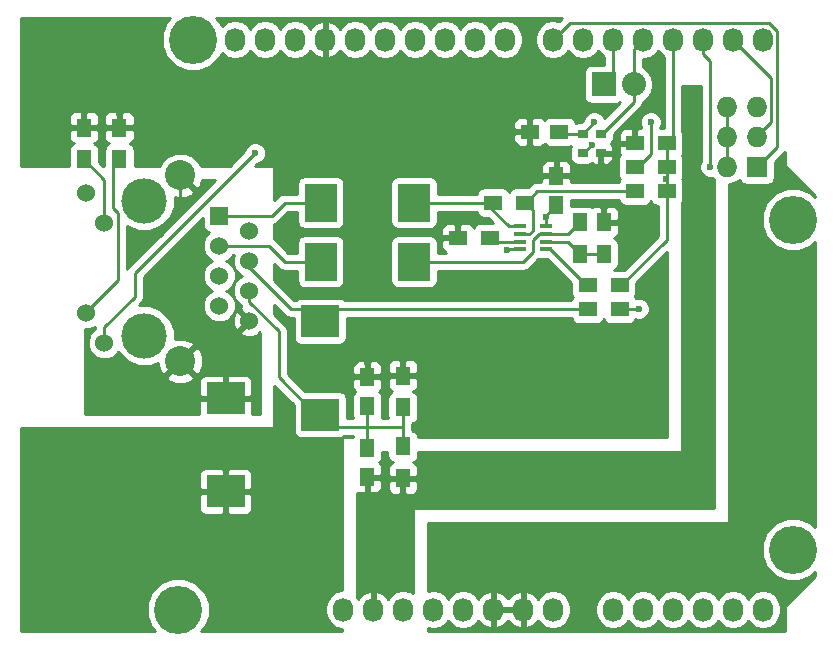
<source format=gbr>
G04 #@! TF.FileFunction,Copper,L1,Top,Signal*
%FSLAX46Y46*%
G04 Gerber Fmt 4.6, Leading zero omitted, Abs format (unit mm)*
G04 Created by KiCad (PCBNEW (2015-08-20 BZR 6109, Git 2605ab0)-product) date Sat 10 Oct 2015 06:29:31 PM EDT*
%MOMM*%
G01*
G04 APERTURE LIST*
%ADD10C,0.100000*%
%ADD11O,1.727200X2.032000*%
%ADD12C,4.064000*%
%ADD13R,1.250000X1.500000*%
%ADD14R,1.500000X1.250000*%
%ADD15C,3.850640*%
%ADD16R,1.524000X1.524000*%
%ADD17C,1.524000*%
%ADD18C,2.540000*%
%ADD19R,1.727200X1.727200*%
%ADD20O,1.727200X1.727200*%
%ADD21R,2.032000X2.032000*%
%ADD22O,2.032000X2.032000*%
%ADD23R,1.500000X1.300000*%
%ADD24R,1.300000X1.500000*%
%ADD25R,2.700000X3.200000*%
%ADD26R,3.200000X2.700000*%
%ADD27R,1.060000X0.380000*%
%ADD28R,0.850000X0.650000*%
%ADD29C,0.600000*%
%ADD30C,0.250000*%
%ADD31C,0.254000*%
G04 APERTURE END LIST*
D10*
D11*
X27940000Y2540000D03*
X30480000Y2540000D03*
X33020000Y2540000D03*
X35560000Y2540000D03*
X38100000Y2540000D03*
X40640000Y2540000D03*
X43180000Y2540000D03*
X45720000Y2540000D03*
X50800000Y2540000D03*
X53340000Y2540000D03*
X55880000Y2540000D03*
X58420000Y2540000D03*
X60960000Y2540000D03*
X63500000Y2540000D03*
X18796000Y50800000D03*
X21336000Y50800000D03*
X23876000Y50800000D03*
X26416000Y50800000D03*
X28956000Y50800000D03*
X31496000Y50800000D03*
X34036000Y50800000D03*
X36576000Y50800000D03*
X39116000Y50800000D03*
X41656000Y50800000D03*
X45720000Y50800000D03*
X48260000Y50800000D03*
X50800000Y50800000D03*
X53340000Y50800000D03*
X55880000Y50800000D03*
X58420000Y50800000D03*
X60960000Y50800000D03*
X63500000Y50800000D03*
D12*
X13970000Y2540000D03*
X66040000Y7620000D03*
X15240000Y50800000D03*
X66040000Y35560000D03*
D13*
X46000000Y39250000D03*
X46000000Y36750000D03*
X30000000Y13750000D03*
X30000000Y16250000D03*
X30000000Y19750000D03*
X30000000Y22250000D03*
D14*
X46250000Y43000000D03*
X43750000Y43000000D03*
D15*
X11110000Y25730000D03*
X11110000Y37160000D03*
D16*
X17460000Y35890000D03*
D17*
X20000000Y34620000D03*
X17460000Y33350000D03*
X20000000Y32080000D03*
X17460000Y30810000D03*
X20000000Y29540000D03*
X17460000Y28270000D03*
D18*
X14158000Y23571000D03*
X14158000Y39319000D03*
D17*
X6207800Y27660400D03*
X6207800Y37769600D03*
X7731800Y25120400D03*
X7731800Y35229600D03*
X20000000Y27000000D03*
D19*
X63000000Y40000000D03*
D20*
X60460000Y40000000D03*
X63000000Y42540000D03*
X60460000Y42540000D03*
X63000000Y45080000D03*
X60460000Y45080000D03*
D21*
X50000000Y47000000D03*
D22*
X52540000Y47000000D03*
D23*
X52650000Y38000000D03*
X55350000Y38000000D03*
X40650000Y37000000D03*
X43350000Y37000000D03*
X40350000Y34000000D03*
X37650000Y34000000D03*
D24*
X50000000Y35350000D03*
X50000000Y32650000D03*
X48000000Y35350000D03*
X48000000Y32650000D03*
D23*
X48650000Y30000000D03*
X51350000Y30000000D03*
X52650000Y40000000D03*
X55350000Y40000000D03*
X55350000Y42000000D03*
X52650000Y42000000D03*
D25*
X26050000Y37000000D03*
X33950000Y37000000D03*
X26050000Y32000000D03*
X33950000Y32000000D03*
D24*
X33000000Y19650000D03*
X33000000Y22350000D03*
X33000000Y13650000D03*
X33000000Y16350000D03*
D23*
X48650000Y28000000D03*
X51350000Y28000000D03*
D24*
X6000000Y40650000D03*
X6000000Y43350000D03*
X9000000Y40650000D03*
X9000000Y43350000D03*
D26*
X18000000Y20450000D03*
X18000000Y12550000D03*
D27*
X45100000Y34975000D03*
X45100000Y34325000D03*
X42900000Y34975000D03*
X42900000Y34325000D03*
X42900000Y33675000D03*
X42900000Y33025000D03*
X45100000Y33675000D03*
X45100000Y33025000D03*
D28*
X48225000Y42825000D03*
X49775000Y42825000D03*
X49775000Y41175000D03*
X48225000Y41175000D03*
D26*
X26000000Y26950000D03*
X26000000Y19050000D03*
D29*
X45100000Y35800000D03*
X54500000Y49000000D03*
X24000000Y16000000D03*
X3500000Y12500000D03*
X3500000Y1500000D03*
X24000000Y24000000D03*
X30000000Y23500000D03*
X30000000Y26500000D03*
X51000000Y19000000D03*
X54000000Y31000000D03*
X18000000Y10000000D03*
X25000000Y2000000D03*
X65000000Y16000000D03*
X65000000Y28000000D03*
X62000000Y7000000D03*
X44000000Y7000000D03*
X65000000Y39000000D03*
X35000000Y29200000D03*
X40500000Y29500000D03*
X29800000Y32000000D03*
X45600000Y30300000D03*
X53400000Y34700000D03*
X43900000Y40100000D03*
X23100000Y40100000D03*
X29700000Y37100000D03*
X49800000Y40100000D03*
X50000000Y36600000D03*
X6000000Y44600000D03*
X9000000Y44600000D03*
X42500000Y43000000D03*
X41800000Y33000000D03*
X57500000Y46000000D03*
X57000000Y43800000D03*
X54000000Y43800000D03*
X49200000Y43800000D03*
X18000000Y22500000D03*
X7600000Y21200000D03*
X9900000Y34200000D03*
X16000000Y34500000D03*
X11500000Y30500000D03*
X14200000Y29600000D03*
X55300000Y39000000D03*
X20500000Y41200000D03*
X59000000Y40000000D03*
X53000000Y28000000D03*
X49000000Y41900000D03*
D30*
X45100000Y35800000D02*
X45100000Y35850000D01*
X45100000Y34975000D02*
X45100000Y35800000D01*
X45100000Y35850000D02*
X46000000Y36750000D01*
X52650000Y42000000D02*
X52650000Y44150000D01*
X54500000Y46000000D02*
X54500000Y49000000D01*
X52650000Y44150000D02*
X54500000Y46000000D01*
X18000000Y12550000D02*
X20550000Y12550000D01*
X20550000Y12550000D02*
X24000000Y16000000D01*
X3500000Y1500000D02*
X3500000Y12500000D01*
X3550000Y12550000D02*
X3500000Y12500000D01*
X3550000Y12550000D02*
X18000000Y12550000D01*
X30000000Y22250000D02*
X25750000Y22250000D01*
X25750000Y22250000D02*
X24000000Y24000000D01*
X30000000Y26500000D02*
X30000000Y23500000D01*
X30000000Y23500000D02*
X30000000Y22250000D01*
X51000000Y19000000D02*
X54500000Y22500000D01*
X47650000Y22350000D02*
X51000000Y19000000D01*
X33000000Y22350000D02*
X47650000Y22350000D01*
X54500000Y30500000D02*
X54000000Y31000000D01*
X54500000Y22500000D02*
X54500000Y30500000D01*
X18000000Y10000000D02*
X18000000Y9000000D01*
X18000000Y12050000D02*
X18000000Y10000000D01*
X18000000Y9000000D02*
X25000000Y2000000D01*
X18000000Y13500000D02*
X18000000Y12050000D01*
X62000000Y16000000D02*
X65000000Y16000000D01*
X62000000Y28000000D02*
X65000000Y28000000D01*
X62000000Y7000000D02*
X62000000Y16000000D01*
X62000000Y16000000D02*
X62000000Y28000000D01*
X62000000Y28000000D02*
X62000000Y36000000D01*
X43180000Y2540000D02*
X43180000Y6180000D01*
X43180000Y6180000D02*
X44000000Y7000000D01*
X62000000Y7000000D02*
X44000000Y7000000D01*
X62000000Y36000000D02*
X65000000Y39000000D01*
X35000000Y29500000D02*
X35000000Y29200000D01*
X40500000Y29500000D02*
X44800000Y29500000D01*
X32300000Y29500000D02*
X35000000Y29500000D01*
X35000000Y29500000D02*
X40500000Y29500000D01*
X32300000Y34500000D02*
X29800000Y32000000D01*
X29800000Y32000000D02*
X32300000Y29500000D01*
X44800000Y29500000D02*
X45600000Y30300000D01*
X50000000Y35350000D02*
X52750000Y35350000D01*
X52750000Y35350000D02*
X53400000Y34700000D01*
X23100000Y40100000D02*
X43900000Y40100000D01*
X44750000Y39250000D02*
X43900000Y40100000D01*
X44750000Y39250000D02*
X46000000Y39250000D01*
X36400000Y34000000D02*
X36100000Y34000000D01*
X37650000Y34000000D02*
X36400000Y34000000D01*
X32300000Y34500000D02*
X29700000Y37100000D01*
X35600000Y34500000D02*
X32300000Y34500000D01*
X36100000Y34000000D02*
X35600000Y34500000D01*
X49775000Y41175000D02*
X49775000Y40125000D01*
X49775000Y40125000D02*
X49800000Y40100000D01*
X50000000Y35350000D02*
X50000000Y36600000D01*
X6000000Y43350000D02*
X6000000Y44600000D01*
X9000000Y43350000D02*
X9000000Y44600000D01*
X43750000Y43000000D02*
X42500000Y43000000D01*
X42900000Y33025000D02*
X41825000Y33025000D01*
X41825000Y33025000D02*
X41800000Y33000000D01*
X57500000Y46000000D02*
X57000000Y45500000D01*
X57000000Y45500000D02*
X57000000Y43800000D01*
X52900000Y40000000D02*
X54000000Y41100000D01*
X54000000Y43300000D02*
X54000000Y41100000D01*
X54000000Y43300000D02*
X54000000Y43800000D01*
X52900000Y40000000D02*
X52650000Y40000000D01*
X49200000Y43800000D02*
X48225000Y42825000D01*
X48225000Y42825000D02*
X46425000Y42825000D01*
X46425000Y42825000D02*
X46250000Y43000000D01*
X30000000Y18000000D02*
X27050000Y18000000D01*
X27050000Y18000000D02*
X26000000Y19050000D01*
X33000000Y18000000D02*
X30000000Y18000000D01*
X33000000Y19650000D02*
X33000000Y18000000D01*
X33000000Y18000000D02*
X33000000Y16350000D01*
X30000000Y19750000D02*
X30000000Y18000000D01*
X30000000Y18000000D02*
X30000000Y16250000D01*
X20000000Y29540000D02*
X20000000Y28600000D01*
X22500000Y22200000D02*
X25650000Y19050000D01*
X22500000Y26100000D02*
X22500000Y22200000D01*
X20000000Y28600000D02*
X22500000Y26100000D01*
X25650000Y19050000D02*
X26000000Y19050000D01*
X25750000Y20050000D02*
X26000000Y20050000D01*
X25750000Y20050000D02*
X26000000Y20050000D01*
X20000000Y29540000D02*
X20000000Y29000000D01*
X25750000Y20050000D02*
X26000000Y20050000D01*
X17460000Y35890000D02*
X21890000Y35890000D01*
X23000000Y37000000D02*
X26050000Y37000000D01*
X21890000Y35890000D02*
X23000000Y37000000D01*
X25940000Y35890000D02*
X26050000Y36000000D01*
X17460000Y33350000D02*
X21650000Y33350000D01*
X23000000Y32000000D02*
X26050000Y32000000D01*
X21650000Y33350000D02*
X23000000Y32000000D01*
X26050000Y31450000D02*
X26050000Y31000000D01*
X20000000Y32080000D02*
X20000000Y31500000D01*
X20000000Y31500000D02*
X23500000Y28000000D01*
X23500000Y28000000D02*
X24950000Y28000000D01*
X24950000Y28000000D02*
X26000000Y26950000D01*
X26000000Y27950000D02*
X48600000Y27950000D01*
X48600000Y27950000D02*
X48650000Y28000000D01*
X25750000Y27950000D02*
X26000000Y27950000D01*
X18000000Y20450000D02*
X18000000Y22500000D01*
X14158000Y23571000D02*
X14158000Y23558000D01*
X14158000Y23558000D02*
X11800000Y21200000D01*
X11800000Y21200000D02*
X7600000Y21200000D01*
X14158000Y35958000D02*
X12400000Y34200000D01*
X12400000Y34200000D02*
X9900000Y34200000D01*
X14158000Y39319000D02*
X14158000Y35958000D01*
X6207800Y27660400D02*
X6207800Y27707800D01*
X6207800Y27707800D02*
X8900000Y30400000D01*
X8900000Y30400000D02*
X8900000Y36100000D01*
X8900000Y36100000D02*
X8500000Y36500000D01*
X8500000Y36500000D02*
X8500000Y40150000D01*
X8500000Y40150000D02*
X9000000Y40650000D01*
X51350000Y30000000D02*
X51500000Y30000000D01*
X51500000Y30000000D02*
X55350000Y33850000D01*
X55300000Y39000000D02*
X55350000Y39000000D01*
X55880000Y50800000D02*
X55880000Y42530000D01*
X55880000Y42530000D02*
X55350000Y42000000D01*
X55350000Y40000000D02*
X55350000Y42000000D01*
X55350000Y38000000D02*
X55350000Y39000000D01*
X55350000Y39000000D02*
X55350000Y40000000D01*
X55350000Y33850000D02*
X55350000Y38000000D01*
X10300000Y31000000D02*
X17200000Y37900000D01*
X17200000Y37900000D02*
X20500000Y41200000D01*
X10300000Y31000000D02*
X10300000Y29000000D01*
X10300000Y29000000D02*
X7731800Y26431800D01*
X7731800Y26431800D02*
X7731800Y25120400D01*
X63000000Y42540000D02*
X63000000Y42600000D01*
X63000000Y42600000D02*
X64200000Y43800000D01*
X64200000Y43800000D02*
X64200000Y47560000D01*
X64200000Y47560000D02*
X60960000Y50800000D01*
X7731800Y35229600D02*
X7731800Y38918200D01*
X7731800Y38918200D02*
X6000000Y40650000D01*
X64000000Y52200000D02*
X47120000Y52200000D01*
X47120000Y52200000D02*
X45720000Y50800000D01*
X63000000Y40000000D02*
X64700000Y41700000D01*
X64700000Y51500000D02*
X64000000Y52200000D01*
X64700000Y41700000D02*
X64700000Y51500000D01*
X50800000Y50800000D02*
X50800000Y47800000D01*
X50800000Y47800000D02*
X50000000Y47000000D01*
X52540000Y46000000D02*
X52540000Y50000000D01*
X52540000Y50000000D02*
X53340000Y50800000D01*
X49775000Y42825000D02*
X49825000Y42825000D01*
X49825000Y42825000D02*
X52540000Y45540000D01*
X52540000Y45540000D02*
X52540000Y46000000D01*
X51350000Y28000000D02*
X53000000Y28000000D01*
X58420000Y49580000D02*
X58420000Y50800000D01*
X59000000Y49000000D02*
X58420000Y49580000D01*
X59000000Y40000000D02*
X59000000Y49000000D01*
X49000000Y41900000D02*
X48275000Y41175000D01*
X48275000Y41175000D02*
X48225000Y41175000D01*
X60460000Y45080000D02*
X60460000Y42540000D01*
X60460000Y42540000D02*
X60460000Y40000000D01*
X43350000Y37000000D02*
X43400000Y37000000D01*
X43400000Y37000000D02*
X44400000Y38000000D01*
X44400000Y38000000D02*
X52650000Y38000000D01*
X44000000Y36350000D02*
X44000000Y35650000D01*
X43725000Y34325000D02*
X44000000Y34600000D01*
X44000000Y34600000D02*
X44000000Y35650000D01*
X43725000Y34325000D02*
X42900000Y34325000D01*
X44000000Y36350000D02*
X43350000Y37000000D01*
X33950000Y37000000D02*
X40000000Y37000000D01*
X42025000Y34975000D02*
X42900000Y34975000D01*
X40000000Y37000000D02*
X42025000Y34975000D01*
X42900000Y33675000D02*
X40675000Y33675000D01*
X40675000Y33675000D02*
X40350000Y34000000D01*
X48000000Y32650000D02*
X50000000Y32650000D01*
X45100000Y33675000D02*
X46975000Y33675000D01*
X46975000Y33675000D02*
X48000000Y32650000D01*
X45100000Y34325000D02*
X46975000Y34325000D01*
X46975000Y34325000D02*
X48000000Y35350000D01*
X45100000Y34325000D02*
X44525000Y34325000D01*
X43200000Y32000000D02*
X33950000Y32000000D01*
X44000000Y32800000D02*
X43200000Y32000000D01*
X44000000Y33800000D02*
X44000000Y32800000D01*
X44525000Y34325000D02*
X44000000Y33800000D01*
X45100000Y33025000D02*
X45475000Y33025000D01*
X45475000Y33025000D02*
X48500000Y30000000D01*
D31*
G36*
X58240000Y40562463D02*
X58207808Y40530327D01*
X58065162Y40186799D01*
X58064838Y39814833D01*
X58206883Y39471057D01*
X58469673Y39207808D01*
X58813201Y39065162D01*
X59185167Y39064838D01*
X59265577Y39098063D01*
X59370971Y38940330D01*
X59373000Y38938974D01*
X59373000Y11127000D01*
X34000000Y11127000D01*
X33950590Y11116994D01*
X33908965Y11088553D01*
X33881685Y11046159D01*
X33873000Y11000000D01*
X33873000Y3922508D01*
X33593489Y4109271D01*
X33020000Y4223345D01*
X32446511Y4109271D01*
X31960330Y3784415D01*
X31753539Y3474931D01*
X31382036Y3890732D01*
X30854791Y4144709D01*
X30839026Y4147358D01*
X30607000Y4026217D01*
X30607000Y2667000D01*
X30627000Y2667000D01*
X30627000Y2413000D01*
X30607000Y2413000D01*
X30607000Y2393000D01*
X30353000Y2393000D01*
X30353000Y2413000D01*
X30333000Y2413000D01*
X30333000Y2667000D01*
X30353000Y2667000D01*
X30353000Y4026217D01*
X30120974Y4147358D01*
X30105209Y4144709D01*
X29577964Y3890732D01*
X29206461Y3474931D01*
X29127000Y3593853D01*
X29127000Y12415406D01*
X29248690Y12365000D01*
X29714250Y12365000D01*
X29873000Y12523750D01*
X29873000Y13623000D01*
X30127000Y13623000D01*
X30127000Y12523750D01*
X30285750Y12365000D01*
X30751310Y12365000D01*
X30984699Y12461673D01*
X31163327Y12640302D01*
X31260000Y12873691D01*
X31260000Y13364250D01*
X31715000Y13364250D01*
X31715000Y12773691D01*
X31811673Y12540302D01*
X31990301Y12361673D01*
X32223690Y12265000D01*
X32714250Y12265000D01*
X32873000Y12423750D01*
X32873000Y13523000D01*
X33127000Y13523000D01*
X33127000Y12423750D01*
X33285750Y12265000D01*
X33776310Y12265000D01*
X34009699Y12361673D01*
X34188327Y12540302D01*
X34285000Y12773691D01*
X34285000Y13364250D01*
X34126250Y13523000D01*
X33127000Y13523000D01*
X32873000Y13523000D01*
X31873750Y13523000D01*
X31715000Y13364250D01*
X31260000Y13364250D01*
X31260000Y13464250D01*
X31101250Y13623000D01*
X30127000Y13623000D01*
X29873000Y13623000D01*
X29853000Y13623000D01*
X29853000Y13877000D01*
X29873000Y13877000D01*
X29873000Y13897000D01*
X30127000Y13897000D01*
X30127000Y13877000D01*
X31101250Y13877000D01*
X31260000Y14035750D01*
X31260000Y14626309D01*
X31163327Y14859698D01*
X31022090Y15000936D01*
X31076441Y15035910D01*
X31221431Y15248110D01*
X31272440Y15500000D01*
X31272440Y15873000D01*
X31702560Y15873000D01*
X31702560Y15600000D01*
X31746838Y15364683D01*
X31885910Y15148559D01*
X32098110Y15003569D01*
X32131490Y14996809D01*
X31990301Y14938327D01*
X31811673Y14759698D01*
X31715000Y14526309D01*
X31715000Y13935750D01*
X31873750Y13777000D01*
X32873000Y13777000D01*
X32873000Y13797000D01*
X33127000Y13797000D01*
X33127000Y13777000D01*
X34126250Y13777000D01*
X34285000Y13935750D01*
X34285000Y14526309D01*
X34188327Y14759698D01*
X34009699Y14938327D01*
X33873713Y14994654D01*
X33885317Y14996838D01*
X34101441Y15135910D01*
X34246431Y15348110D01*
X34297440Y15600000D01*
X34297440Y15873000D01*
X56500000Y15873000D01*
X56549410Y15883006D01*
X56591035Y15911447D01*
X56618315Y15953841D01*
X56627000Y16000000D01*
X56627000Y36996494D01*
X56696431Y37098110D01*
X56747440Y37350000D01*
X56747440Y38650000D01*
X56703162Y38885317D01*
X56629380Y38999978D01*
X56696431Y39098110D01*
X56747440Y39350000D01*
X56747440Y40650000D01*
X56703162Y40885317D01*
X56629380Y40999978D01*
X56696431Y41098110D01*
X56747440Y41350000D01*
X56747440Y42650000D01*
X56703162Y42885317D01*
X56640000Y42983474D01*
X56640000Y46873000D01*
X58240000Y46873000D01*
X58240000Y40562463D01*
X58240000Y40562463D01*
G37*
X58240000Y40562463D02*
X58207808Y40530327D01*
X58065162Y40186799D01*
X58064838Y39814833D01*
X58206883Y39471057D01*
X58469673Y39207808D01*
X58813201Y39065162D01*
X59185167Y39064838D01*
X59265577Y39098063D01*
X59370971Y38940330D01*
X59373000Y38938974D01*
X59373000Y11127000D01*
X34000000Y11127000D01*
X33950590Y11116994D01*
X33908965Y11088553D01*
X33881685Y11046159D01*
X33873000Y11000000D01*
X33873000Y3922508D01*
X33593489Y4109271D01*
X33020000Y4223345D01*
X32446511Y4109271D01*
X31960330Y3784415D01*
X31753539Y3474931D01*
X31382036Y3890732D01*
X30854791Y4144709D01*
X30839026Y4147358D01*
X30607000Y4026217D01*
X30607000Y2667000D01*
X30627000Y2667000D01*
X30627000Y2413000D01*
X30607000Y2413000D01*
X30607000Y2393000D01*
X30353000Y2393000D01*
X30353000Y2413000D01*
X30333000Y2413000D01*
X30333000Y2667000D01*
X30353000Y2667000D01*
X30353000Y4026217D01*
X30120974Y4147358D01*
X30105209Y4144709D01*
X29577964Y3890732D01*
X29206461Y3474931D01*
X29127000Y3593853D01*
X29127000Y12415406D01*
X29248690Y12365000D01*
X29714250Y12365000D01*
X29873000Y12523750D01*
X29873000Y13623000D01*
X30127000Y13623000D01*
X30127000Y12523750D01*
X30285750Y12365000D01*
X30751310Y12365000D01*
X30984699Y12461673D01*
X31163327Y12640302D01*
X31260000Y12873691D01*
X31260000Y13364250D01*
X31715000Y13364250D01*
X31715000Y12773691D01*
X31811673Y12540302D01*
X31990301Y12361673D01*
X32223690Y12265000D01*
X32714250Y12265000D01*
X32873000Y12423750D01*
X32873000Y13523000D01*
X33127000Y13523000D01*
X33127000Y12423750D01*
X33285750Y12265000D01*
X33776310Y12265000D01*
X34009699Y12361673D01*
X34188327Y12540302D01*
X34285000Y12773691D01*
X34285000Y13364250D01*
X34126250Y13523000D01*
X33127000Y13523000D01*
X32873000Y13523000D01*
X31873750Y13523000D01*
X31715000Y13364250D01*
X31260000Y13364250D01*
X31260000Y13464250D01*
X31101250Y13623000D01*
X30127000Y13623000D01*
X29873000Y13623000D01*
X29853000Y13623000D01*
X29853000Y13877000D01*
X29873000Y13877000D01*
X29873000Y13897000D01*
X30127000Y13897000D01*
X30127000Y13877000D01*
X31101250Y13877000D01*
X31260000Y14035750D01*
X31260000Y14626309D01*
X31163327Y14859698D01*
X31022090Y15000936D01*
X31076441Y15035910D01*
X31221431Y15248110D01*
X31272440Y15500000D01*
X31272440Y15873000D01*
X31702560Y15873000D01*
X31702560Y15600000D01*
X31746838Y15364683D01*
X31885910Y15148559D01*
X32098110Y15003569D01*
X32131490Y14996809D01*
X31990301Y14938327D01*
X31811673Y14759698D01*
X31715000Y14526309D01*
X31715000Y13935750D01*
X31873750Y13777000D01*
X32873000Y13777000D01*
X32873000Y13797000D01*
X33127000Y13797000D01*
X33127000Y13777000D01*
X34126250Y13777000D01*
X34285000Y13935750D01*
X34285000Y14526309D01*
X34188327Y14759698D01*
X34009699Y14938327D01*
X33873713Y14994654D01*
X33885317Y14996838D01*
X34101441Y15135910D01*
X34246431Y15348110D01*
X34297440Y15600000D01*
X34297440Y15873000D01*
X56500000Y15873000D01*
X56549410Y15883006D01*
X56591035Y15911447D01*
X56618315Y15953841D01*
X56627000Y16000000D01*
X56627000Y36996494D01*
X56696431Y37098110D01*
X56747440Y37350000D01*
X56747440Y38650000D01*
X56703162Y38885317D01*
X56629380Y38999978D01*
X56696431Y39098110D01*
X56747440Y39350000D01*
X56747440Y40650000D01*
X56703162Y40885317D01*
X56629380Y40999978D01*
X56696431Y41098110D01*
X56747440Y41350000D01*
X56747440Y42650000D01*
X56703162Y42885317D01*
X56640000Y42983474D01*
X56640000Y46873000D01*
X58240000Y46873000D01*
X58240000Y40562463D01*
G36*
X23752560Y19872638D02*
X23752560Y17700000D01*
X23796838Y17464683D01*
X23935910Y17248559D01*
X24148110Y17103569D01*
X24400000Y17052560D01*
X27600000Y17052560D01*
X27835317Y17096838D01*
X28051441Y17235910D01*
X28054236Y17240000D01*
X28776161Y17240000D01*
X28753278Y17127000D01*
X28000000Y17127000D01*
X27950590Y17116994D01*
X27908965Y17088553D01*
X27881685Y17046159D01*
X27873000Y17000000D01*
X27873000Y4210018D01*
X27366511Y4109271D01*
X26880330Y3784415D01*
X26555474Y3298234D01*
X26441400Y2724745D01*
X26441400Y2355255D01*
X26555474Y1781766D01*
X26880330Y1295585D01*
X27366511Y970729D01*
X27873000Y869982D01*
X27873000Y710000D01*
X15911807Y710000D01*
X16229655Y1027293D01*
X16636536Y2007173D01*
X16637462Y3068172D01*
X16232291Y4048761D01*
X15482707Y4799655D01*
X14502827Y5206536D01*
X13441828Y5207462D01*
X12461239Y4802291D01*
X11710345Y4052707D01*
X11303464Y3072827D01*
X11302538Y2011828D01*
X11707709Y1031239D01*
X12028388Y710000D01*
X710000Y710000D01*
X710000Y12264250D01*
X15765000Y12264250D01*
X15765000Y11073691D01*
X15861673Y10840302D01*
X16040301Y10661673D01*
X16273690Y10565000D01*
X17714250Y10565000D01*
X17873000Y10723750D01*
X17873000Y12423000D01*
X18127000Y12423000D01*
X18127000Y10723750D01*
X18285750Y10565000D01*
X19726310Y10565000D01*
X19959699Y10661673D01*
X20138327Y10840302D01*
X20235000Y11073691D01*
X20235000Y12264250D01*
X20076250Y12423000D01*
X18127000Y12423000D01*
X17873000Y12423000D01*
X15923750Y12423000D01*
X15765000Y12264250D01*
X710000Y12264250D01*
X710000Y14026309D01*
X15765000Y14026309D01*
X15765000Y12835750D01*
X15923750Y12677000D01*
X17873000Y12677000D01*
X17873000Y14376250D01*
X18127000Y14376250D01*
X18127000Y12677000D01*
X20076250Y12677000D01*
X20235000Y12835750D01*
X20235000Y14026309D01*
X20138327Y14259698D01*
X19959699Y14438327D01*
X19726310Y14535000D01*
X18285750Y14535000D01*
X18127000Y14376250D01*
X17873000Y14376250D01*
X17714250Y14535000D01*
X16273690Y14535000D01*
X16040301Y14438327D01*
X15861673Y14259698D01*
X15765000Y14026309D01*
X710000Y14026309D01*
X710000Y17873000D01*
X22000000Y17873000D01*
X22049410Y17883006D01*
X22091035Y17911447D01*
X22118315Y17953841D01*
X22127000Y18000000D01*
X22127000Y21498198D01*
X23752560Y19872638D01*
X23752560Y19872638D01*
G37*
X23752560Y19872638D02*
X23752560Y17700000D01*
X23796838Y17464683D01*
X23935910Y17248559D01*
X24148110Y17103569D01*
X24400000Y17052560D01*
X27600000Y17052560D01*
X27835317Y17096838D01*
X28051441Y17235910D01*
X28054236Y17240000D01*
X28776161Y17240000D01*
X28753278Y17127000D01*
X28000000Y17127000D01*
X27950590Y17116994D01*
X27908965Y17088553D01*
X27881685Y17046159D01*
X27873000Y17000000D01*
X27873000Y4210018D01*
X27366511Y4109271D01*
X26880330Y3784415D01*
X26555474Y3298234D01*
X26441400Y2724745D01*
X26441400Y2355255D01*
X26555474Y1781766D01*
X26880330Y1295585D01*
X27366511Y970729D01*
X27873000Y869982D01*
X27873000Y710000D01*
X15911807Y710000D01*
X16229655Y1027293D01*
X16636536Y2007173D01*
X16637462Y3068172D01*
X16232291Y4048761D01*
X15482707Y4799655D01*
X14502827Y5206536D01*
X13441828Y5207462D01*
X12461239Y4802291D01*
X11710345Y4052707D01*
X11303464Y3072827D01*
X11302538Y2011828D01*
X11707709Y1031239D01*
X12028388Y710000D01*
X710000Y710000D01*
X710000Y12264250D01*
X15765000Y12264250D01*
X15765000Y11073691D01*
X15861673Y10840302D01*
X16040301Y10661673D01*
X16273690Y10565000D01*
X17714250Y10565000D01*
X17873000Y10723750D01*
X17873000Y12423000D01*
X18127000Y12423000D01*
X18127000Y10723750D01*
X18285750Y10565000D01*
X19726310Y10565000D01*
X19959699Y10661673D01*
X20138327Y10840302D01*
X20235000Y11073691D01*
X20235000Y12264250D01*
X20076250Y12423000D01*
X18127000Y12423000D01*
X17873000Y12423000D01*
X15923750Y12423000D01*
X15765000Y12264250D01*
X710000Y12264250D01*
X710000Y14026309D01*
X15765000Y14026309D01*
X15765000Y12835750D01*
X15923750Y12677000D01*
X17873000Y12677000D01*
X17873000Y14376250D01*
X18127000Y14376250D01*
X18127000Y12677000D01*
X20076250Y12677000D01*
X20235000Y12835750D01*
X20235000Y14026309D01*
X20138327Y14259698D01*
X19959699Y14438327D01*
X19726310Y14535000D01*
X18285750Y14535000D01*
X18127000Y14376250D01*
X17873000Y14376250D01*
X17714250Y14535000D01*
X16273690Y14535000D01*
X16040301Y14438327D01*
X15861673Y14259698D01*
X15765000Y14026309D01*
X710000Y14026309D01*
X710000Y17873000D01*
X22000000Y17873000D01*
X22049410Y17883006D01*
X22091035Y17911447D01*
X22118315Y17953841D01*
X22127000Y18000000D01*
X22127000Y21498198D01*
X23752560Y19872638D01*
G36*
X65330000Y40386000D02*
X65384046Y40114295D01*
X65537954Y39883954D01*
X67870000Y37551909D01*
X67870000Y37501807D01*
X67552707Y37819655D01*
X66572827Y38226536D01*
X65511828Y38227462D01*
X64531239Y37822291D01*
X63780345Y37072707D01*
X63373464Y36092827D01*
X63372538Y35031828D01*
X63777709Y34051239D01*
X64527293Y33300345D01*
X65507173Y32893464D01*
X66568172Y32892538D01*
X67548761Y33297709D01*
X67870000Y33618388D01*
X67870000Y9561807D01*
X67552707Y9879655D01*
X66572827Y10286536D01*
X65511828Y10287462D01*
X64531239Y9882291D01*
X63780345Y9132707D01*
X63373464Y8152827D01*
X63372538Y7091828D01*
X63777709Y6111239D01*
X64527293Y5360345D01*
X65507173Y4953464D01*
X66568172Y4952538D01*
X67548761Y5357709D01*
X67870000Y5678388D01*
X67870000Y5374091D01*
X65537954Y3042046D01*
X65384046Y2811705D01*
X65330000Y2540000D01*
X65330000Y710000D01*
X35127000Y710000D01*
X35127000Y942784D01*
X35560000Y856655D01*
X36133489Y970729D01*
X36619670Y1295585D01*
X36830000Y1610366D01*
X37040330Y1295585D01*
X37526511Y970729D01*
X38100000Y856655D01*
X38673489Y970729D01*
X39159670Y1295585D01*
X39366461Y1605069D01*
X39737964Y1189268D01*
X40265209Y935291D01*
X40280974Y932642D01*
X40513000Y1053783D01*
X40513000Y2413000D01*
X40767000Y2413000D01*
X40767000Y1053783D01*
X40999026Y932642D01*
X41014791Y935291D01*
X41542036Y1189268D01*
X41910000Y1601108D01*
X42277964Y1189268D01*
X42805209Y935291D01*
X42820974Y932642D01*
X43053000Y1053783D01*
X43053000Y2413000D01*
X40767000Y2413000D01*
X40513000Y2413000D01*
X40493000Y2413000D01*
X40493000Y2667000D01*
X40513000Y2667000D01*
X40513000Y4026217D01*
X40767000Y4026217D01*
X40767000Y2667000D01*
X43053000Y2667000D01*
X43053000Y4026217D01*
X43307000Y4026217D01*
X43307000Y2667000D01*
X43327000Y2667000D01*
X43327000Y2413000D01*
X43307000Y2413000D01*
X43307000Y1053783D01*
X43539026Y932642D01*
X43554791Y935291D01*
X44082036Y1189268D01*
X44453539Y1605069D01*
X44660330Y1295585D01*
X45146511Y970729D01*
X45720000Y856655D01*
X46293489Y970729D01*
X46779670Y1295585D01*
X47104526Y1781766D01*
X47218600Y2355255D01*
X47218600Y2724745D01*
X49301400Y2724745D01*
X49301400Y2355255D01*
X49415474Y1781766D01*
X49740330Y1295585D01*
X50226511Y970729D01*
X50800000Y856655D01*
X51373489Y970729D01*
X51859670Y1295585D01*
X52070000Y1610366D01*
X52280330Y1295585D01*
X52766511Y970729D01*
X53340000Y856655D01*
X53913489Y970729D01*
X54399670Y1295585D01*
X54610000Y1610366D01*
X54820330Y1295585D01*
X55306511Y970729D01*
X55880000Y856655D01*
X56453489Y970729D01*
X56939670Y1295585D01*
X57150000Y1610366D01*
X57360330Y1295585D01*
X57846511Y970729D01*
X58420000Y856655D01*
X58993489Y970729D01*
X59479670Y1295585D01*
X59690000Y1610366D01*
X59900330Y1295585D01*
X60386511Y970729D01*
X60960000Y856655D01*
X61533489Y970729D01*
X62019670Y1295585D01*
X62230000Y1610366D01*
X62440330Y1295585D01*
X62926511Y970729D01*
X63500000Y856655D01*
X64073489Y970729D01*
X64559670Y1295585D01*
X64884526Y1781766D01*
X64998600Y2355255D01*
X64998600Y2724745D01*
X64884526Y3298234D01*
X64559670Y3784415D01*
X64073489Y4109271D01*
X63500000Y4223345D01*
X62926511Y4109271D01*
X62440330Y3784415D01*
X62230000Y3469634D01*
X62019670Y3784415D01*
X61533489Y4109271D01*
X60960000Y4223345D01*
X60386511Y4109271D01*
X59900330Y3784415D01*
X59690000Y3469634D01*
X59479670Y3784415D01*
X58993489Y4109271D01*
X58420000Y4223345D01*
X57846511Y4109271D01*
X57360330Y3784415D01*
X57150000Y3469634D01*
X56939670Y3784415D01*
X56453489Y4109271D01*
X55880000Y4223345D01*
X55306511Y4109271D01*
X54820330Y3784415D01*
X54610000Y3469634D01*
X54399670Y3784415D01*
X53913489Y4109271D01*
X53340000Y4223345D01*
X52766511Y4109271D01*
X52280330Y3784415D01*
X52070000Y3469634D01*
X51859670Y3784415D01*
X51373489Y4109271D01*
X50800000Y4223345D01*
X50226511Y4109271D01*
X49740330Y3784415D01*
X49415474Y3298234D01*
X49301400Y2724745D01*
X47218600Y2724745D01*
X47104526Y3298234D01*
X46779670Y3784415D01*
X46293489Y4109271D01*
X45720000Y4223345D01*
X45146511Y4109271D01*
X44660330Y3784415D01*
X44453539Y3474931D01*
X44082036Y3890732D01*
X43554791Y4144709D01*
X43539026Y4147358D01*
X43307000Y4026217D01*
X43053000Y4026217D01*
X42820974Y4147358D01*
X42805209Y4144709D01*
X42277964Y3890732D01*
X41910000Y3478892D01*
X41542036Y3890732D01*
X41014791Y4144709D01*
X40999026Y4147358D01*
X40767000Y4026217D01*
X40513000Y4026217D01*
X40280974Y4147358D01*
X40265209Y4144709D01*
X39737964Y3890732D01*
X39366461Y3474931D01*
X39159670Y3784415D01*
X38673489Y4109271D01*
X38100000Y4223345D01*
X37526511Y4109271D01*
X37040330Y3784415D01*
X36830000Y3469634D01*
X36619670Y3784415D01*
X36133489Y4109271D01*
X35560000Y4223345D01*
X35127000Y4137216D01*
X35127000Y9873000D01*
X60500000Y9873000D01*
X60549410Y9883006D01*
X60591035Y9911447D01*
X60618315Y9953841D01*
X60627000Y10000000D01*
X60627000Y38528778D01*
X61062848Y38615474D01*
X61528442Y38926574D01*
X61533238Y38901083D01*
X61672310Y38684959D01*
X61884510Y38539969D01*
X62136400Y38488960D01*
X63863600Y38488960D01*
X64098917Y38533238D01*
X64315041Y38672310D01*
X64460031Y38884510D01*
X64511040Y39136400D01*
X64511040Y40436238D01*
X65237401Y41162599D01*
X65330000Y41301184D01*
X65330000Y40386000D01*
X65330000Y40386000D01*
G37*
X65330000Y40386000D02*
X65384046Y40114295D01*
X65537954Y39883954D01*
X67870000Y37551909D01*
X67870000Y37501807D01*
X67552707Y37819655D01*
X66572827Y38226536D01*
X65511828Y38227462D01*
X64531239Y37822291D01*
X63780345Y37072707D01*
X63373464Y36092827D01*
X63372538Y35031828D01*
X63777709Y34051239D01*
X64527293Y33300345D01*
X65507173Y32893464D01*
X66568172Y32892538D01*
X67548761Y33297709D01*
X67870000Y33618388D01*
X67870000Y9561807D01*
X67552707Y9879655D01*
X66572827Y10286536D01*
X65511828Y10287462D01*
X64531239Y9882291D01*
X63780345Y9132707D01*
X63373464Y8152827D01*
X63372538Y7091828D01*
X63777709Y6111239D01*
X64527293Y5360345D01*
X65507173Y4953464D01*
X66568172Y4952538D01*
X67548761Y5357709D01*
X67870000Y5678388D01*
X67870000Y5374091D01*
X65537954Y3042046D01*
X65384046Y2811705D01*
X65330000Y2540000D01*
X65330000Y710000D01*
X35127000Y710000D01*
X35127000Y942784D01*
X35560000Y856655D01*
X36133489Y970729D01*
X36619670Y1295585D01*
X36830000Y1610366D01*
X37040330Y1295585D01*
X37526511Y970729D01*
X38100000Y856655D01*
X38673489Y970729D01*
X39159670Y1295585D01*
X39366461Y1605069D01*
X39737964Y1189268D01*
X40265209Y935291D01*
X40280974Y932642D01*
X40513000Y1053783D01*
X40513000Y2413000D01*
X40767000Y2413000D01*
X40767000Y1053783D01*
X40999026Y932642D01*
X41014791Y935291D01*
X41542036Y1189268D01*
X41910000Y1601108D01*
X42277964Y1189268D01*
X42805209Y935291D01*
X42820974Y932642D01*
X43053000Y1053783D01*
X43053000Y2413000D01*
X40767000Y2413000D01*
X40513000Y2413000D01*
X40493000Y2413000D01*
X40493000Y2667000D01*
X40513000Y2667000D01*
X40513000Y4026217D01*
X40767000Y4026217D01*
X40767000Y2667000D01*
X43053000Y2667000D01*
X43053000Y4026217D01*
X43307000Y4026217D01*
X43307000Y2667000D01*
X43327000Y2667000D01*
X43327000Y2413000D01*
X43307000Y2413000D01*
X43307000Y1053783D01*
X43539026Y932642D01*
X43554791Y935291D01*
X44082036Y1189268D01*
X44453539Y1605069D01*
X44660330Y1295585D01*
X45146511Y970729D01*
X45720000Y856655D01*
X46293489Y970729D01*
X46779670Y1295585D01*
X47104526Y1781766D01*
X47218600Y2355255D01*
X47218600Y2724745D01*
X49301400Y2724745D01*
X49301400Y2355255D01*
X49415474Y1781766D01*
X49740330Y1295585D01*
X50226511Y970729D01*
X50800000Y856655D01*
X51373489Y970729D01*
X51859670Y1295585D01*
X52070000Y1610366D01*
X52280330Y1295585D01*
X52766511Y970729D01*
X53340000Y856655D01*
X53913489Y970729D01*
X54399670Y1295585D01*
X54610000Y1610366D01*
X54820330Y1295585D01*
X55306511Y970729D01*
X55880000Y856655D01*
X56453489Y970729D01*
X56939670Y1295585D01*
X57150000Y1610366D01*
X57360330Y1295585D01*
X57846511Y970729D01*
X58420000Y856655D01*
X58993489Y970729D01*
X59479670Y1295585D01*
X59690000Y1610366D01*
X59900330Y1295585D01*
X60386511Y970729D01*
X60960000Y856655D01*
X61533489Y970729D01*
X62019670Y1295585D01*
X62230000Y1610366D01*
X62440330Y1295585D01*
X62926511Y970729D01*
X63500000Y856655D01*
X64073489Y970729D01*
X64559670Y1295585D01*
X64884526Y1781766D01*
X64998600Y2355255D01*
X64998600Y2724745D01*
X64884526Y3298234D01*
X64559670Y3784415D01*
X64073489Y4109271D01*
X63500000Y4223345D01*
X62926511Y4109271D01*
X62440330Y3784415D01*
X62230000Y3469634D01*
X62019670Y3784415D01*
X61533489Y4109271D01*
X60960000Y4223345D01*
X60386511Y4109271D01*
X59900330Y3784415D01*
X59690000Y3469634D01*
X59479670Y3784415D01*
X58993489Y4109271D01*
X58420000Y4223345D01*
X57846511Y4109271D01*
X57360330Y3784415D01*
X57150000Y3469634D01*
X56939670Y3784415D01*
X56453489Y4109271D01*
X55880000Y4223345D01*
X55306511Y4109271D01*
X54820330Y3784415D01*
X54610000Y3469634D01*
X54399670Y3784415D01*
X53913489Y4109271D01*
X53340000Y4223345D01*
X52766511Y4109271D01*
X52280330Y3784415D01*
X52070000Y3469634D01*
X51859670Y3784415D01*
X51373489Y4109271D01*
X50800000Y4223345D01*
X50226511Y4109271D01*
X49740330Y3784415D01*
X49415474Y3298234D01*
X49301400Y2724745D01*
X47218600Y2724745D01*
X47104526Y3298234D01*
X46779670Y3784415D01*
X46293489Y4109271D01*
X45720000Y4223345D01*
X45146511Y4109271D01*
X44660330Y3784415D01*
X44453539Y3474931D01*
X44082036Y3890732D01*
X43554791Y4144709D01*
X43539026Y4147358D01*
X43307000Y4026217D01*
X43053000Y4026217D01*
X42820974Y4147358D01*
X42805209Y4144709D01*
X42277964Y3890732D01*
X41910000Y3478892D01*
X41542036Y3890732D01*
X41014791Y4144709D01*
X40999026Y4147358D01*
X40767000Y4026217D01*
X40513000Y4026217D01*
X40280974Y4147358D01*
X40265209Y4144709D01*
X39737964Y3890732D01*
X39366461Y3474931D01*
X39159670Y3784415D01*
X38673489Y4109271D01*
X38100000Y4223345D01*
X37526511Y4109271D01*
X37040330Y3784415D01*
X36830000Y3469634D01*
X36619670Y3784415D01*
X36133489Y4109271D01*
X35560000Y4223345D01*
X35127000Y4137216D01*
X35127000Y9873000D01*
X60500000Y9873000D01*
X60549410Y9883006D01*
X60591035Y9911447D01*
X60618315Y9953841D01*
X60627000Y10000000D01*
X60627000Y38528778D01*
X61062848Y38615474D01*
X61528442Y38926574D01*
X61533238Y38901083D01*
X61672310Y38684959D01*
X61884510Y38539969D01*
X62136400Y38488960D01*
X63863600Y38488960D01*
X64098917Y38533238D01*
X64315041Y38672310D01*
X64460031Y38884510D01*
X64511040Y39136400D01*
X64511040Y40436238D01*
X65237401Y41162599D01*
X65330000Y41301184D01*
X65330000Y40386000D01*
G36*
X55373000Y17127000D02*
X34292360Y17127000D01*
X34253162Y17335317D01*
X34114090Y17551441D01*
X33901890Y17696431D01*
X33760000Y17725164D01*
X33760000Y18273258D01*
X33885317Y18296838D01*
X34101441Y18435910D01*
X34246431Y18648110D01*
X34297440Y18900000D01*
X34297440Y20400000D01*
X34253162Y20635317D01*
X34114090Y20851441D01*
X33901890Y20996431D01*
X33868510Y21003191D01*
X34009699Y21061673D01*
X34188327Y21240302D01*
X34285000Y21473691D01*
X34285000Y22064250D01*
X34126250Y22223000D01*
X33127000Y22223000D01*
X33127000Y22203000D01*
X32873000Y22203000D01*
X32873000Y22223000D01*
X31873750Y22223000D01*
X31715000Y22064250D01*
X31715000Y21473691D01*
X31811673Y21240302D01*
X31990301Y21061673D01*
X32126287Y21005346D01*
X32114683Y21003162D01*
X31898559Y20864090D01*
X31753569Y20651890D01*
X31702560Y20400000D01*
X31702560Y18900000D01*
X31728903Y18760000D01*
X31223839Y18760000D01*
X31272440Y19000000D01*
X31272440Y20500000D01*
X31228162Y20735317D01*
X31089090Y20951441D01*
X31020994Y20997969D01*
X31163327Y21140302D01*
X31260000Y21373691D01*
X31260000Y21964250D01*
X31101250Y22123000D01*
X30127000Y22123000D01*
X30127000Y22103000D01*
X29873000Y22103000D01*
X29873000Y22123000D01*
X28898750Y22123000D01*
X28740000Y21964250D01*
X28740000Y21373691D01*
X28836673Y21140302D01*
X28977910Y20999064D01*
X28923559Y20964090D01*
X28778569Y20751890D01*
X28727560Y20500000D01*
X28727560Y19000000D01*
X28771838Y18764683D01*
X28774851Y18760000D01*
X28247440Y18760000D01*
X28247440Y20400000D01*
X28203162Y20635317D01*
X28064090Y20851441D01*
X27851890Y20996431D01*
X27600000Y21047440D01*
X24727362Y21047440D01*
X23260000Y22514802D01*
X23260000Y23126309D01*
X28740000Y23126309D01*
X28740000Y22535750D01*
X28898750Y22377000D01*
X29873000Y22377000D01*
X29873000Y23476250D01*
X30127000Y23476250D01*
X30127000Y22377000D01*
X31101250Y22377000D01*
X31260000Y22535750D01*
X31260000Y23126309D01*
X31218579Y23226309D01*
X31715000Y23226309D01*
X31715000Y22635750D01*
X31873750Y22477000D01*
X32873000Y22477000D01*
X32873000Y23576250D01*
X33127000Y23576250D01*
X33127000Y22477000D01*
X34126250Y22477000D01*
X34285000Y22635750D01*
X34285000Y23226309D01*
X34188327Y23459698D01*
X34009699Y23638327D01*
X33776310Y23735000D01*
X33285750Y23735000D01*
X33127000Y23576250D01*
X32873000Y23576250D01*
X32714250Y23735000D01*
X32223690Y23735000D01*
X31990301Y23638327D01*
X31811673Y23459698D01*
X31715000Y23226309D01*
X31218579Y23226309D01*
X31163327Y23359698D01*
X30984699Y23538327D01*
X30751310Y23635000D01*
X30285750Y23635000D01*
X30127000Y23476250D01*
X29873000Y23476250D01*
X29714250Y23635000D01*
X29248690Y23635000D01*
X29015301Y23538327D01*
X28836673Y23359698D01*
X28740000Y23126309D01*
X23260000Y23126309D01*
X23260000Y26100000D01*
X23202148Y26390839D01*
X23037401Y26637401D01*
X22127000Y27547802D01*
X22127000Y28298198D01*
X22962599Y27462599D01*
X23209160Y27297852D01*
X23257414Y27288254D01*
X23500000Y27240000D01*
X23752560Y27240000D01*
X23752560Y25600000D01*
X23796838Y25364683D01*
X23935910Y25148559D01*
X24148110Y25003569D01*
X24400000Y24952560D01*
X27600000Y24952560D01*
X27835317Y24996838D01*
X28051441Y25135910D01*
X28196431Y25348110D01*
X28247440Y25600000D01*
X28247440Y27190000D01*
X47282666Y27190000D01*
X47296838Y27114683D01*
X47435910Y26898559D01*
X47648110Y26753569D01*
X47900000Y26702560D01*
X49400000Y26702560D01*
X49635317Y26746838D01*
X49851441Y26885910D01*
X49996431Y27098110D01*
X49999081Y27111197D01*
X50135910Y26898559D01*
X50348110Y26753569D01*
X50600000Y26702560D01*
X52100000Y26702560D01*
X52335317Y26746838D01*
X52551441Y26885910D01*
X52696431Y27098110D01*
X52699334Y27112444D01*
X52813201Y27065162D01*
X53185167Y27064838D01*
X53528943Y27206883D01*
X53792192Y27469673D01*
X53934838Y27813201D01*
X53935162Y28185167D01*
X53793117Y28528943D01*
X53530327Y28792192D01*
X53186799Y28934838D01*
X52814833Y28935162D01*
X52701279Y28888243D01*
X52629380Y28999978D01*
X52696431Y29098110D01*
X52747440Y29350000D01*
X52747440Y30172638D01*
X55373000Y32798198D01*
X55373000Y17127000D01*
X55373000Y17127000D01*
G37*
X55373000Y17127000D02*
X34292360Y17127000D01*
X34253162Y17335317D01*
X34114090Y17551441D01*
X33901890Y17696431D01*
X33760000Y17725164D01*
X33760000Y18273258D01*
X33885317Y18296838D01*
X34101441Y18435910D01*
X34246431Y18648110D01*
X34297440Y18900000D01*
X34297440Y20400000D01*
X34253162Y20635317D01*
X34114090Y20851441D01*
X33901890Y20996431D01*
X33868510Y21003191D01*
X34009699Y21061673D01*
X34188327Y21240302D01*
X34285000Y21473691D01*
X34285000Y22064250D01*
X34126250Y22223000D01*
X33127000Y22223000D01*
X33127000Y22203000D01*
X32873000Y22203000D01*
X32873000Y22223000D01*
X31873750Y22223000D01*
X31715000Y22064250D01*
X31715000Y21473691D01*
X31811673Y21240302D01*
X31990301Y21061673D01*
X32126287Y21005346D01*
X32114683Y21003162D01*
X31898559Y20864090D01*
X31753569Y20651890D01*
X31702560Y20400000D01*
X31702560Y18900000D01*
X31728903Y18760000D01*
X31223839Y18760000D01*
X31272440Y19000000D01*
X31272440Y20500000D01*
X31228162Y20735317D01*
X31089090Y20951441D01*
X31020994Y20997969D01*
X31163327Y21140302D01*
X31260000Y21373691D01*
X31260000Y21964250D01*
X31101250Y22123000D01*
X30127000Y22123000D01*
X30127000Y22103000D01*
X29873000Y22103000D01*
X29873000Y22123000D01*
X28898750Y22123000D01*
X28740000Y21964250D01*
X28740000Y21373691D01*
X28836673Y21140302D01*
X28977910Y20999064D01*
X28923559Y20964090D01*
X28778569Y20751890D01*
X28727560Y20500000D01*
X28727560Y19000000D01*
X28771838Y18764683D01*
X28774851Y18760000D01*
X28247440Y18760000D01*
X28247440Y20400000D01*
X28203162Y20635317D01*
X28064090Y20851441D01*
X27851890Y20996431D01*
X27600000Y21047440D01*
X24727362Y21047440D01*
X23260000Y22514802D01*
X23260000Y23126309D01*
X28740000Y23126309D01*
X28740000Y22535750D01*
X28898750Y22377000D01*
X29873000Y22377000D01*
X29873000Y23476250D01*
X30127000Y23476250D01*
X30127000Y22377000D01*
X31101250Y22377000D01*
X31260000Y22535750D01*
X31260000Y23126309D01*
X31218579Y23226309D01*
X31715000Y23226309D01*
X31715000Y22635750D01*
X31873750Y22477000D01*
X32873000Y22477000D01*
X32873000Y23576250D01*
X33127000Y23576250D01*
X33127000Y22477000D01*
X34126250Y22477000D01*
X34285000Y22635750D01*
X34285000Y23226309D01*
X34188327Y23459698D01*
X34009699Y23638327D01*
X33776310Y23735000D01*
X33285750Y23735000D01*
X33127000Y23576250D01*
X32873000Y23576250D01*
X32714250Y23735000D01*
X32223690Y23735000D01*
X31990301Y23638327D01*
X31811673Y23459698D01*
X31715000Y23226309D01*
X31218579Y23226309D01*
X31163327Y23359698D01*
X30984699Y23538327D01*
X30751310Y23635000D01*
X30285750Y23635000D01*
X30127000Y23476250D01*
X29873000Y23476250D01*
X29714250Y23635000D01*
X29248690Y23635000D01*
X29015301Y23538327D01*
X28836673Y23359698D01*
X28740000Y23126309D01*
X23260000Y23126309D01*
X23260000Y26100000D01*
X23202148Y26390839D01*
X23037401Y26637401D01*
X22127000Y27547802D01*
X22127000Y28298198D01*
X22962599Y27462599D01*
X23209160Y27297852D01*
X23257414Y27288254D01*
X23500000Y27240000D01*
X23752560Y27240000D01*
X23752560Y25600000D01*
X23796838Y25364683D01*
X23935910Y25148559D01*
X24148110Y25003569D01*
X24400000Y24952560D01*
X27600000Y24952560D01*
X27835317Y24996838D01*
X28051441Y25135910D01*
X28196431Y25348110D01*
X28247440Y25600000D01*
X28247440Y27190000D01*
X47282666Y27190000D01*
X47296838Y27114683D01*
X47435910Y26898559D01*
X47648110Y26753569D01*
X47900000Y26702560D01*
X49400000Y26702560D01*
X49635317Y26746838D01*
X49851441Y26885910D01*
X49996431Y27098110D01*
X49999081Y27111197D01*
X50135910Y26898559D01*
X50348110Y26753569D01*
X50600000Y26702560D01*
X52100000Y26702560D01*
X52335317Y26746838D01*
X52551441Y26885910D01*
X52696431Y27098110D01*
X52699334Y27112444D01*
X52813201Y27065162D01*
X53185167Y27064838D01*
X53528943Y27206883D01*
X53792192Y27469673D01*
X53934838Y27813201D01*
X53935162Y28185167D01*
X53793117Y28528943D01*
X53530327Y28792192D01*
X53186799Y28934838D01*
X52814833Y28935162D01*
X52701279Y28888243D01*
X52629380Y28999978D01*
X52696431Y29098110D01*
X52747440Y29350000D01*
X52747440Y30172638D01*
X55373000Y32798198D01*
X55373000Y17127000D01*
G36*
X12980345Y52312707D02*
X12573464Y51332827D01*
X12572538Y50271828D01*
X12977709Y49291239D01*
X13727293Y48540345D01*
X14707173Y48133464D01*
X15768172Y48132538D01*
X16748761Y48537709D01*
X17499655Y49287293D01*
X17659071Y49671211D01*
X17736330Y49555585D01*
X18222511Y49230729D01*
X18796000Y49116655D01*
X19369489Y49230729D01*
X19855670Y49555585D01*
X20066000Y49870366D01*
X20276330Y49555585D01*
X20762511Y49230729D01*
X21336000Y49116655D01*
X21909489Y49230729D01*
X22395670Y49555585D01*
X22606000Y49870366D01*
X22816330Y49555585D01*
X23302511Y49230729D01*
X23876000Y49116655D01*
X24449489Y49230729D01*
X24935670Y49555585D01*
X25142461Y49865069D01*
X25513964Y49449268D01*
X26041209Y49195291D01*
X26056974Y49192642D01*
X26289000Y49313783D01*
X26289000Y50673000D01*
X26269000Y50673000D01*
X26269000Y50927000D01*
X26289000Y50927000D01*
X26289000Y52286217D01*
X26543000Y52286217D01*
X26543000Y50927000D01*
X26563000Y50927000D01*
X26563000Y50673000D01*
X26543000Y50673000D01*
X26543000Y49313783D01*
X26775026Y49192642D01*
X26790791Y49195291D01*
X27318036Y49449268D01*
X27689539Y49865069D01*
X27896330Y49555585D01*
X28382511Y49230729D01*
X28956000Y49116655D01*
X29529489Y49230729D01*
X30015670Y49555585D01*
X30226000Y49870366D01*
X30436330Y49555585D01*
X30922511Y49230729D01*
X31496000Y49116655D01*
X32069489Y49230729D01*
X32555670Y49555585D01*
X32766000Y49870366D01*
X32976330Y49555585D01*
X33462511Y49230729D01*
X34036000Y49116655D01*
X34609489Y49230729D01*
X35095670Y49555585D01*
X35306000Y49870366D01*
X35516330Y49555585D01*
X36002511Y49230729D01*
X36576000Y49116655D01*
X37149489Y49230729D01*
X37635670Y49555585D01*
X37846000Y49870366D01*
X38056330Y49555585D01*
X38542511Y49230729D01*
X39116000Y49116655D01*
X39689489Y49230729D01*
X40175670Y49555585D01*
X40386000Y49870366D01*
X40596330Y49555585D01*
X41082511Y49230729D01*
X41656000Y49116655D01*
X42229489Y49230729D01*
X42715670Y49555585D01*
X43040526Y50041766D01*
X43154600Y50615255D01*
X43154600Y50984745D01*
X43040526Y51558234D01*
X42715670Y52044415D01*
X42229489Y52369271D01*
X41656000Y52483345D01*
X41082511Y52369271D01*
X40596330Y52044415D01*
X40386000Y51729634D01*
X40175670Y52044415D01*
X39689489Y52369271D01*
X39116000Y52483345D01*
X38542511Y52369271D01*
X38056330Y52044415D01*
X37846000Y51729634D01*
X37635670Y52044415D01*
X37149489Y52369271D01*
X36576000Y52483345D01*
X36002511Y52369271D01*
X35516330Y52044415D01*
X35306000Y51729634D01*
X35095670Y52044415D01*
X34609489Y52369271D01*
X34036000Y52483345D01*
X33462511Y52369271D01*
X32976330Y52044415D01*
X32766000Y51729634D01*
X32555670Y52044415D01*
X32069489Y52369271D01*
X31496000Y52483345D01*
X30922511Y52369271D01*
X30436330Y52044415D01*
X30226000Y51729634D01*
X30015670Y52044415D01*
X29529489Y52369271D01*
X28956000Y52483345D01*
X28382511Y52369271D01*
X27896330Y52044415D01*
X27689539Y51734931D01*
X27318036Y52150732D01*
X26790791Y52404709D01*
X26775026Y52407358D01*
X26543000Y52286217D01*
X26289000Y52286217D01*
X26056974Y52407358D01*
X26041209Y52404709D01*
X25513964Y52150732D01*
X25142461Y51734931D01*
X24935670Y52044415D01*
X24449489Y52369271D01*
X23876000Y52483345D01*
X23302511Y52369271D01*
X22816330Y52044415D01*
X22606000Y51729634D01*
X22395670Y52044415D01*
X21909489Y52369271D01*
X21336000Y52483345D01*
X20762511Y52369271D01*
X20276330Y52044415D01*
X20066000Y51729634D01*
X19855670Y52044415D01*
X19369489Y52369271D01*
X18796000Y52483345D01*
X18222511Y52369271D01*
X17736330Y52044415D01*
X17659208Y51928993D01*
X17502291Y52308761D01*
X17181612Y52630000D01*
X46475198Y52630000D01*
X46227579Y52382381D01*
X45720000Y52483345D01*
X45146511Y52369271D01*
X44660330Y52044415D01*
X44335474Y51558234D01*
X44221400Y50984745D01*
X44221400Y50615255D01*
X44335474Y50041766D01*
X44660330Y49555585D01*
X45146511Y49230729D01*
X45720000Y49116655D01*
X46293489Y49230729D01*
X46779670Y49555585D01*
X46990000Y49870366D01*
X47200330Y49555585D01*
X47686511Y49230729D01*
X48260000Y49116655D01*
X48833489Y49230729D01*
X49319670Y49555585D01*
X49530000Y49870366D01*
X49740330Y49555585D01*
X50040000Y49355352D01*
X50040000Y48663440D01*
X48984000Y48663440D01*
X48748683Y48619162D01*
X48532559Y48480090D01*
X48387569Y48267890D01*
X48336560Y48016000D01*
X48336560Y45984000D01*
X48380838Y45748683D01*
X48519910Y45532559D01*
X48732110Y45387569D01*
X48984000Y45336560D01*
X51016000Y45336560D01*
X51251317Y45380838D01*
X51404799Y45479601D01*
X50069436Y44144238D01*
X49993117Y44328943D01*
X49730327Y44592192D01*
X49386799Y44734838D01*
X49014833Y44735162D01*
X48671057Y44593117D01*
X48407808Y44330327D01*
X48265162Y43986799D01*
X48265121Y43939923D01*
X48122638Y43797440D01*
X47800000Y43797440D01*
X47621319Y43763819D01*
X47603162Y43860317D01*
X47464090Y44076441D01*
X47251890Y44221431D01*
X47000000Y44272440D01*
X45500000Y44272440D01*
X45264683Y44228162D01*
X45048559Y44089090D01*
X45002031Y44020994D01*
X44859698Y44163327D01*
X44626309Y44260000D01*
X44035750Y44260000D01*
X43877000Y44101250D01*
X43877000Y43127000D01*
X43897000Y43127000D01*
X43897000Y42873000D01*
X43877000Y42873000D01*
X43877000Y41898750D01*
X44035750Y41740000D01*
X44626309Y41740000D01*
X44859698Y41836673D01*
X45000936Y41977910D01*
X45035910Y41923559D01*
X45248110Y41778569D01*
X45500000Y41727560D01*
X47000000Y41727560D01*
X47214526Y41767926D01*
X47203569Y41751890D01*
X47152560Y41500000D01*
X47152560Y40850000D01*
X47196838Y40614683D01*
X47335910Y40398559D01*
X47548110Y40253569D01*
X47800000Y40202560D01*
X48650000Y40202560D01*
X48885317Y40246838D01*
X48988646Y40313328D01*
X48990301Y40311673D01*
X49223690Y40215000D01*
X49489250Y40215000D01*
X49648000Y40373750D01*
X49648000Y41048000D01*
X49902000Y41048000D01*
X49902000Y40373750D01*
X50060750Y40215000D01*
X50326310Y40215000D01*
X50559699Y40311673D01*
X50738327Y40490302D01*
X50835000Y40723691D01*
X50835000Y40889250D01*
X50676250Y41048000D01*
X49902000Y41048000D01*
X49648000Y41048000D01*
X49628000Y41048000D01*
X49628000Y41205767D01*
X49744436Y41322000D01*
X49902000Y41322000D01*
X49902000Y41302000D01*
X50676250Y41302000D01*
X50835000Y41460750D01*
X50835000Y41626309D01*
X50738327Y41859698D01*
X50597090Y42000936D01*
X50651441Y42035910D01*
X50796431Y42248110D01*
X50847440Y42500000D01*
X50847440Y42772638D01*
X50851112Y42776310D01*
X51265000Y42776310D01*
X51265000Y42285750D01*
X51423750Y42127000D01*
X52523000Y42127000D01*
X52523000Y43126250D01*
X52364250Y43285000D01*
X51773691Y43285000D01*
X51540302Y43188327D01*
X51361673Y43009699D01*
X51265000Y42776310D01*
X50851112Y42776310D01*
X53077401Y45002599D01*
X53242148Y45249161D01*
X53297243Y45526142D01*
X53707433Y45800222D01*
X54065325Y46335845D01*
X54191000Y46967655D01*
X54191000Y47032345D01*
X54065325Y47664155D01*
X53707433Y48199778D01*
X53300000Y48472016D01*
X53300000Y49124611D01*
X53340000Y49116655D01*
X53913489Y49230729D01*
X54399670Y49555585D01*
X54610000Y49870366D01*
X54820330Y49555585D01*
X55120000Y49355352D01*
X55120000Y43297440D01*
X54803722Y43297440D01*
X54934838Y43613201D01*
X54935162Y43985167D01*
X54793117Y44328943D01*
X54530327Y44592192D01*
X54186799Y44734838D01*
X53814833Y44735162D01*
X53471057Y44593117D01*
X53207808Y44330327D01*
X53065162Y43986799D01*
X53064838Y43614833D01*
X53201122Y43285000D01*
X52935750Y43285000D01*
X52777000Y43126250D01*
X52777000Y42127000D01*
X52797000Y42127000D01*
X52797000Y41873000D01*
X52777000Y41873000D01*
X52777000Y41853000D01*
X52523000Y41853000D01*
X52523000Y41873000D01*
X51423750Y41873000D01*
X51265000Y41714250D01*
X51265000Y41223690D01*
X51361673Y40990301D01*
X51363042Y40988932D01*
X51303569Y40901890D01*
X51252560Y40650000D01*
X51252560Y39350000D01*
X51296838Y39114683D01*
X51370620Y39000022D01*
X51303569Y38901890D01*
X51274836Y38760000D01*
X47260000Y38760000D01*
X47260000Y38964250D01*
X47101250Y39123000D01*
X46127000Y39123000D01*
X46127000Y39103000D01*
X45873000Y39103000D01*
X45873000Y39123000D01*
X44898750Y39123000D01*
X44740000Y38964250D01*
X44740000Y38760000D01*
X44400000Y38760000D01*
X44109161Y38702148D01*
X43862599Y38537401D01*
X43622638Y38297440D01*
X42600000Y38297440D01*
X42364683Y38253162D01*
X42148559Y38114090D01*
X42003569Y37901890D01*
X42000919Y37888803D01*
X41864090Y38101441D01*
X41651890Y38246431D01*
X41400000Y38297440D01*
X39900000Y38297440D01*
X39664683Y38253162D01*
X39448559Y38114090D01*
X39303569Y37901890D01*
X39274836Y37760000D01*
X35947440Y37760000D01*
X35947440Y38600000D01*
X35903162Y38835317D01*
X35764090Y39051441D01*
X35551890Y39196431D01*
X35300000Y39247440D01*
X32600000Y39247440D01*
X32364683Y39203162D01*
X32148559Y39064090D01*
X32003569Y38851890D01*
X31952560Y38600000D01*
X31952560Y35400000D01*
X31996838Y35164683D01*
X32135910Y34948559D01*
X32348110Y34803569D01*
X32600000Y34752560D01*
X35300000Y34752560D01*
X35426220Y34776310D01*
X36265000Y34776310D01*
X36265000Y34285750D01*
X36423750Y34127000D01*
X37523000Y34127000D01*
X37523000Y35126250D01*
X37364250Y35285000D01*
X36773691Y35285000D01*
X36540302Y35188327D01*
X36361673Y35009699D01*
X36265000Y34776310D01*
X35426220Y34776310D01*
X35535317Y34796838D01*
X35751441Y34935910D01*
X35896431Y35148110D01*
X35947440Y35400000D01*
X35947440Y36240000D01*
X39273258Y36240000D01*
X39296838Y36114683D01*
X39435910Y35898559D01*
X39648110Y35753569D01*
X39900000Y35702560D01*
X40222638Y35702560D01*
X40627758Y35297440D01*
X39600000Y35297440D01*
X39364683Y35253162D01*
X39148559Y35114090D01*
X39003569Y34901890D01*
X38996809Y34868510D01*
X38938327Y35009699D01*
X38759698Y35188327D01*
X38526309Y35285000D01*
X37935750Y35285000D01*
X37777000Y35126250D01*
X37777000Y34127000D01*
X37797000Y34127000D01*
X37797000Y33873000D01*
X37777000Y33873000D01*
X37777000Y33853000D01*
X37523000Y33853000D01*
X37523000Y33873000D01*
X36423750Y33873000D01*
X36265000Y33714250D01*
X36265000Y33223690D01*
X36361673Y32990301D01*
X36540302Y32811673D01*
X36665052Y32760000D01*
X35947440Y32760000D01*
X35947440Y33600000D01*
X35903162Y33835317D01*
X35764090Y34051441D01*
X35551890Y34196431D01*
X35300000Y34247440D01*
X32600000Y34247440D01*
X32364683Y34203162D01*
X32148559Y34064090D01*
X32003569Y33851890D01*
X31952560Y33600000D01*
X31952560Y30400000D01*
X31996838Y30164683D01*
X32135910Y29948559D01*
X32348110Y29803569D01*
X32600000Y29752560D01*
X35300000Y29752560D01*
X35535317Y29796838D01*
X35751441Y29935910D01*
X35896431Y30148110D01*
X35947440Y30400000D01*
X35947440Y31240000D01*
X43200000Y31240000D01*
X43490839Y31297852D01*
X43737401Y31462599D01*
X44480489Y32205687D01*
X44570000Y32187560D01*
X45237638Y32187560D01*
X47252560Y30172638D01*
X47252560Y29350000D01*
X47296838Y29114683D01*
X47370620Y29000022D01*
X47303569Y28901890D01*
X47264710Y28710000D01*
X28090757Y28710000D01*
X28064090Y28751441D01*
X27851890Y28896431D01*
X27600000Y28947440D01*
X24400000Y28947440D01*
X24164683Y28903162D01*
X23948559Y28764090D01*
X23945764Y28760000D01*
X23814802Y28760000D01*
X22127000Y30447802D01*
X22127000Y31798198D01*
X22462599Y31462599D01*
X22709160Y31297852D01*
X23000000Y31240000D01*
X24052560Y31240000D01*
X24052560Y30400000D01*
X24096838Y30164683D01*
X24235910Y29948559D01*
X24448110Y29803569D01*
X24700000Y29752560D01*
X27400000Y29752560D01*
X27635317Y29796838D01*
X27851441Y29935910D01*
X27996431Y30148110D01*
X28047440Y30400000D01*
X28047440Y33600000D01*
X28003162Y33835317D01*
X27864090Y34051441D01*
X27651890Y34196431D01*
X27400000Y34247440D01*
X24700000Y34247440D01*
X24464683Y34203162D01*
X24248559Y34064090D01*
X24103569Y33851890D01*
X24052560Y33600000D01*
X24052560Y32760000D01*
X23314802Y32760000D01*
X22187401Y33887401D01*
X22127000Y33927760D01*
X22127000Y35177143D01*
X22180839Y35187852D01*
X22427401Y35352599D01*
X23314802Y36240000D01*
X24052560Y36240000D01*
X24052560Y35400000D01*
X24096838Y35164683D01*
X24235910Y34948559D01*
X24448110Y34803569D01*
X24700000Y34752560D01*
X27400000Y34752560D01*
X27635317Y34796838D01*
X27851441Y34935910D01*
X27996431Y35148110D01*
X28047440Y35400000D01*
X28047440Y38600000D01*
X28003162Y38835317D01*
X27864090Y39051441D01*
X27651890Y39196431D01*
X27400000Y39247440D01*
X24700000Y39247440D01*
X24464683Y39203162D01*
X24248559Y39064090D01*
X24103569Y38851890D01*
X24052560Y38600000D01*
X24052560Y37760000D01*
X23000000Y37760000D01*
X22709161Y37702148D01*
X22462599Y37537401D01*
X22127000Y37201802D01*
X22127000Y40000000D01*
X22116994Y40049410D01*
X22088553Y40091035D01*
X22046159Y40118315D01*
X22003673Y40126309D01*
X44740000Y40126309D01*
X44740000Y39535750D01*
X44898750Y39377000D01*
X45873000Y39377000D01*
X45873000Y40476250D01*
X46127000Y40476250D01*
X46127000Y39377000D01*
X47101250Y39377000D01*
X47260000Y39535750D01*
X47260000Y40126309D01*
X47163327Y40359698D01*
X46984699Y40538327D01*
X46751310Y40635000D01*
X46285750Y40635000D01*
X46127000Y40476250D01*
X45873000Y40476250D01*
X45714250Y40635000D01*
X45248690Y40635000D01*
X45015301Y40538327D01*
X44836673Y40359698D01*
X44740000Y40126309D01*
X22003673Y40126309D01*
X22000000Y40127000D01*
X20501802Y40127000D01*
X20639680Y40264878D01*
X20685167Y40264838D01*
X21028943Y40406883D01*
X21292192Y40669673D01*
X21434838Y41013201D01*
X21435162Y41385167D01*
X21293117Y41728943D01*
X21030327Y41992192D01*
X20686799Y42134838D01*
X20314833Y42135162D01*
X19971057Y41993117D01*
X19707808Y41730327D01*
X19565162Y41386799D01*
X19565121Y41339923D01*
X18352198Y40127000D01*
X15885354Y40127000D01*
X15773922Y40396686D01*
X15238505Y40933039D01*
X14538590Y41223668D01*
X13780735Y41224330D01*
X13080314Y40934922D01*
X12543961Y40399505D01*
X12430807Y40127000D01*
X10297440Y40127000D01*
X10297440Y41400000D01*
X10253162Y41635317D01*
X10114090Y41851441D01*
X9901890Y41996431D01*
X9868510Y42003191D01*
X10009699Y42061673D01*
X10188327Y42240302D01*
X10285000Y42473691D01*
X10285000Y42714250D01*
X42365000Y42714250D01*
X42365000Y42248690D01*
X42461673Y42015301D01*
X42640302Y41836673D01*
X42873691Y41740000D01*
X43464250Y41740000D01*
X43623000Y41898750D01*
X43623000Y42873000D01*
X42523750Y42873000D01*
X42365000Y42714250D01*
X10285000Y42714250D01*
X10285000Y43064250D01*
X10126250Y43223000D01*
X9127000Y43223000D01*
X9127000Y43203000D01*
X8873000Y43203000D01*
X8873000Y43223000D01*
X7873750Y43223000D01*
X7715000Y43064250D01*
X7715000Y42473691D01*
X7811673Y42240302D01*
X7990301Y42061673D01*
X8126287Y42005346D01*
X8114683Y42003162D01*
X7898559Y41864090D01*
X7753569Y41651890D01*
X7702560Y41400000D01*
X7702560Y40127000D01*
X7597802Y40127000D01*
X7297440Y40427362D01*
X7297440Y41400000D01*
X7253162Y41635317D01*
X7114090Y41851441D01*
X6901890Y41996431D01*
X6868510Y42003191D01*
X7009699Y42061673D01*
X7188327Y42240302D01*
X7285000Y42473691D01*
X7285000Y43064250D01*
X7126250Y43223000D01*
X6127000Y43223000D01*
X6127000Y43203000D01*
X5873000Y43203000D01*
X5873000Y43223000D01*
X4873750Y43223000D01*
X4715000Y43064250D01*
X4715000Y42473691D01*
X4811673Y42240302D01*
X4990301Y42061673D01*
X5126287Y42005346D01*
X5114683Y42003162D01*
X4898559Y41864090D01*
X4753569Y41651890D01*
X4702560Y41400000D01*
X4702560Y40127000D01*
X710000Y40127000D01*
X710000Y44226309D01*
X4715000Y44226309D01*
X4715000Y43635750D01*
X4873750Y43477000D01*
X5873000Y43477000D01*
X5873000Y44576250D01*
X6127000Y44576250D01*
X6127000Y43477000D01*
X7126250Y43477000D01*
X7285000Y43635750D01*
X7285000Y44226309D01*
X7715000Y44226309D01*
X7715000Y43635750D01*
X7873750Y43477000D01*
X8873000Y43477000D01*
X8873000Y44576250D01*
X9127000Y44576250D01*
X9127000Y43477000D01*
X10126250Y43477000D01*
X10285000Y43635750D01*
X10285000Y43751310D01*
X42365000Y43751310D01*
X42365000Y43285750D01*
X42523750Y43127000D01*
X43623000Y43127000D01*
X43623000Y44101250D01*
X43464250Y44260000D01*
X42873691Y44260000D01*
X42640302Y44163327D01*
X42461673Y43984699D01*
X42365000Y43751310D01*
X10285000Y43751310D01*
X10285000Y44226309D01*
X10188327Y44459698D01*
X10009699Y44638327D01*
X9776310Y44735000D01*
X9285750Y44735000D01*
X9127000Y44576250D01*
X8873000Y44576250D01*
X8714250Y44735000D01*
X8223690Y44735000D01*
X7990301Y44638327D01*
X7811673Y44459698D01*
X7715000Y44226309D01*
X7285000Y44226309D01*
X7188327Y44459698D01*
X7009699Y44638327D01*
X6776310Y44735000D01*
X6285750Y44735000D01*
X6127000Y44576250D01*
X5873000Y44576250D01*
X5714250Y44735000D01*
X5223690Y44735000D01*
X4990301Y44638327D01*
X4811673Y44459698D01*
X4715000Y44226309D01*
X710000Y44226309D01*
X710000Y52630000D01*
X13298193Y52630000D01*
X12980345Y52312707D01*
X12980345Y52312707D01*
G37*
X12980345Y52312707D02*
X12573464Y51332827D01*
X12572538Y50271828D01*
X12977709Y49291239D01*
X13727293Y48540345D01*
X14707173Y48133464D01*
X15768172Y48132538D01*
X16748761Y48537709D01*
X17499655Y49287293D01*
X17659071Y49671211D01*
X17736330Y49555585D01*
X18222511Y49230729D01*
X18796000Y49116655D01*
X19369489Y49230729D01*
X19855670Y49555585D01*
X20066000Y49870366D01*
X20276330Y49555585D01*
X20762511Y49230729D01*
X21336000Y49116655D01*
X21909489Y49230729D01*
X22395670Y49555585D01*
X22606000Y49870366D01*
X22816330Y49555585D01*
X23302511Y49230729D01*
X23876000Y49116655D01*
X24449489Y49230729D01*
X24935670Y49555585D01*
X25142461Y49865069D01*
X25513964Y49449268D01*
X26041209Y49195291D01*
X26056974Y49192642D01*
X26289000Y49313783D01*
X26289000Y50673000D01*
X26269000Y50673000D01*
X26269000Y50927000D01*
X26289000Y50927000D01*
X26289000Y52286217D01*
X26543000Y52286217D01*
X26543000Y50927000D01*
X26563000Y50927000D01*
X26563000Y50673000D01*
X26543000Y50673000D01*
X26543000Y49313783D01*
X26775026Y49192642D01*
X26790791Y49195291D01*
X27318036Y49449268D01*
X27689539Y49865069D01*
X27896330Y49555585D01*
X28382511Y49230729D01*
X28956000Y49116655D01*
X29529489Y49230729D01*
X30015670Y49555585D01*
X30226000Y49870366D01*
X30436330Y49555585D01*
X30922511Y49230729D01*
X31496000Y49116655D01*
X32069489Y49230729D01*
X32555670Y49555585D01*
X32766000Y49870366D01*
X32976330Y49555585D01*
X33462511Y49230729D01*
X34036000Y49116655D01*
X34609489Y49230729D01*
X35095670Y49555585D01*
X35306000Y49870366D01*
X35516330Y49555585D01*
X36002511Y49230729D01*
X36576000Y49116655D01*
X37149489Y49230729D01*
X37635670Y49555585D01*
X37846000Y49870366D01*
X38056330Y49555585D01*
X38542511Y49230729D01*
X39116000Y49116655D01*
X39689489Y49230729D01*
X40175670Y49555585D01*
X40386000Y49870366D01*
X40596330Y49555585D01*
X41082511Y49230729D01*
X41656000Y49116655D01*
X42229489Y49230729D01*
X42715670Y49555585D01*
X43040526Y50041766D01*
X43154600Y50615255D01*
X43154600Y50984745D01*
X43040526Y51558234D01*
X42715670Y52044415D01*
X42229489Y52369271D01*
X41656000Y52483345D01*
X41082511Y52369271D01*
X40596330Y52044415D01*
X40386000Y51729634D01*
X40175670Y52044415D01*
X39689489Y52369271D01*
X39116000Y52483345D01*
X38542511Y52369271D01*
X38056330Y52044415D01*
X37846000Y51729634D01*
X37635670Y52044415D01*
X37149489Y52369271D01*
X36576000Y52483345D01*
X36002511Y52369271D01*
X35516330Y52044415D01*
X35306000Y51729634D01*
X35095670Y52044415D01*
X34609489Y52369271D01*
X34036000Y52483345D01*
X33462511Y52369271D01*
X32976330Y52044415D01*
X32766000Y51729634D01*
X32555670Y52044415D01*
X32069489Y52369271D01*
X31496000Y52483345D01*
X30922511Y52369271D01*
X30436330Y52044415D01*
X30226000Y51729634D01*
X30015670Y52044415D01*
X29529489Y52369271D01*
X28956000Y52483345D01*
X28382511Y52369271D01*
X27896330Y52044415D01*
X27689539Y51734931D01*
X27318036Y52150732D01*
X26790791Y52404709D01*
X26775026Y52407358D01*
X26543000Y52286217D01*
X26289000Y52286217D01*
X26056974Y52407358D01*
X26041209Y52404709D01*
X25513964Y52150732D01*
X25142461Y51734931D01*
X24935670Y52044415D01*
X24449489Y52369271D01*
X23876000Y52483345D01*
X23302511Y52369271D01*
X22816330Y52044415D01*
X22606000Y51729634D01*
X22395670Y52044415D01*
X21909489Y52369271D01*
X21336000Y52483345D01*
X20762511Y52369271D01*
X20276330Y52044415D01*
X20066000Y51729634D01*
X19855670Y52044415D01*
X19369489Y52369271D01*
X18796000Y52483345D01*
X18222511Y52369271D01*
X17736330Y52044415D01*
X17659208Y51928993D01*
X17502291Y52308761D01*
X17181612Y52630000D01*
X46475198Y52630000D01*
X46227579Y52382381D01*
X45720000Y52483345D01*
X45146511Y52369271D01*
X44660330Y52044415D01*
X44335474Y51558234D01*
X44221400Y50984745D01*
X44221400Y50615255D01*
X44335474Y50041766D01*
X44660330Y49555585D01*
X45146511Y49230729D01*
X45720000Y49116655D01*
X46293489Y49230729D01*
X46779670Y49555585D01*
X46990000Y49870366D01*
X47200330Y49555585D01*
X47686511Y49230729D01*
X48260000Y49116655D01*
X48833489Y49230729D01*
X49319670Y49555585D01*
X49530000Y49870366D01*
X49740330Y49555585D01*
X50040000Y49355352D01*
X50040000Y48663440D01*
X48984000Y48663440D01*
X48748683Y48619162D01*
X48532559Y48480090D01*
X48387569Y48267890D01*
X48336560Y48016000D01*
X48336560Y45984000D01*
X48380838Y45748683D01*
X48519910Y45532559D01*
X48732110Y45387569D01*
X48984000Y45336560D01*
X51016000Y45336560D01*
X51251317Y45380838D01*
X51404799Y45479601D01*
X50069436Y44144238D01*
X49993117Y44328943D01*
X49730327Y44592192D01*
X49386799Y44734838D01*
X49014833Y44735162D01*
X48671057Y44593117D01*
X48407808Y44330327D01*
X48265162Y43986799D01*
X48265121Y43939923D01*
X48122638Y43797440D01*
X47800000Y43797440D01*
X47621319Y43763819D01*
X47603162Y43860317D01*
X47464090Y44076441D01*
X47251890Y44221431D01*
X47000000Y44272440D01*
X45500000Y44272440D01*
X45264683Y44228162D01*
X45048559Y44089090D01*
X45002031Y44020994D01*
X44859698Y44163327D01*
X44626309Y44260000D01*
X44035750Y44260000D01*
X43877000Y44101250D01*
X43877000Y43127000D01*
X43897000Y43127000D01*
X43897000Y42873000D01*
X43877000Y42873000D01*
X43877000Y41898750D01*
X44035750Y41740000D01*
X44626309Y41740000D01*
X44859698Y41836673D01*
X45000936Y41977910D01*
X45035910Y41923559D01*
X45248110Y41778569D01*
X45500000Y41727560D01*
X47000000Y41727560D01*
X47214526Y41767926D01*
X47203569Y41751890D01*
X47152560Y41500000D01*
X47152560Y40850000D01*
X47196838Y40614683D01*
X47335910Y40398559D01*
X47548110Y40253569D01*
X47800000Y40202560D01*
X48650000Y40202560D01*
X48885317Y40246838D01*
X48988646Y40313328D01*
X48990301Y40311673D01*
X49223690Y40215000D01*
X49489250Y40215000D01*
X49648000Y40373750D01*
X49648000Y41048000D01*
X49902000Y41048000D01*
X49902000Y40373750D01*
X50060750Y40215000D01*
X50326310Y40215000D01*
X50559699Y40311673D01*
X50738327Y40490302D01*
X50835000Y40723691D01*
X50835000Y40889250D01*
X50676250Y41048000D01*
X49902000Y41048000D01*
X49648000Y41048000D01*
X49628000Y41048000D01*
X49628000Y41205767D01*
X49744436Y41322000D01*
X49902000Y41322000D01*
X49902000Y41302000D01*
X50676250Y41302000D01*
X50835000Y41460750D01*
X50835000Y41626309D01*
X50738327Y41859698D01*
X50597090Y42000936D01*
X50651441Y42035910D01*
X50796431Y42248110D01*
X50847440Y42500000D01*
X50847440Y42772638D01*
X50851112Y42776310D01*
X51265000Y42776310D01*
X51265000Y42285750D01*
X51423750Y42127000D01*
X52523000Y42127000D01*
X52523000Y43126250D01*
X52364250Y43285000D01*
X51773691Y43285000D01*
X51540302Y43188327D01*
X51361673Y43009699D01*
X51265000Y42776310D01*
X50851112Y42776310D01*
X53077401Y45002599D01*
X53242148Y45249161D01*
X53297243Y45526142D01*
X53707433Y45800222D01*
X54065325Y46335845D01*
X54191000Y46967655D01*
X54191000Y47032345D01*
X54065325Y47664155D01*
X53707433Y48199778D01*
X53300000Y48472016D01*
X53300000Y49124611D01*
X53340000Y49116655D01*
X53913489Y49230729D01*
X54399670Y49555585D01*
X54610000Y49870366D01*
X54820330Y49555585D01*
X55120000Y49355352D01*
X55120000Y43297440D01*
X54803722Y43297440D01*
X54934838Y43613201D01*
X54935162Y43985167D01*
X54793117Y44328943D01*
X54530327Y44592192D01*
X54186799Y44734838D01*
X53814833Y44735162D01*
X53471057Y44593117D01*
X53207808Y44330327D01*
X53065162Y43986799D01*
X53064838Y43614833D01*
X53201122Y43285000D01*
X52935750Y43285000D01*
X52777000Y43126250D01*
X52777000Y42127000D01*
X52797000Y42127000D01*
X52797000Y41873000D01*
X52777000Y41873000D01*
X52777000Y41853000D01*
X52523000Y41853000D01*
X52523000Y41873000D01*
X51423750Y41873000D01*
X51265000Y41714250D01*
X51265000Y41223690D01*
X51361673Y40990301D01*
X51363042Y40988932D01*
X51303569Y40901890D01*
X51252560Y40650000D01*
X51252560Y39350000D01*
X51296838Y39114683D01*
X51370620Y39000022D01*
X51303569Y38901890D01*
X51274836Y38760000D01*
X47260000Y38760000D01*
X47260000Y38964250D01*
X47101250Y39123000D01*
X46127000Y39123000D01*
X46127000Y39103000D01*
X45873000Y39103000D01*
X45873000Y39123000D01*
X44898750Y39123000D01*
X44740000Y38964250D01*
X44740000Y38760000D01*
X44400000Y38760000D01*
X44109161Y38702148D01*
X43862599Y38537401D01*
X43622638Y38297440D01*
X42600000Y38297440D01*
X42364683Y38253162D01*
X42148559Y38114090D01*
X42003569Y37901890D01*
X42000919Y37888803D01*
X41864090Y38101441D01*
X41651890Y38246431D01*
X41400000Y38297440D01*
X39900000Y38297440D01*
X39664683Y38253162D01*
X39448559Y38114090D01*
X39303569Y37901890D01*
X39274836Y37760000D01*
X35947440Y37760000D01*
X35947440Y38600000D01*
X35903162Y38835317D01*
X35764090Y39051441D01*
X35551890Y39196431D01*
X35300000Y39247440D01*
X32600000Y39247440D01*
X32364683Y39203162D01*
X32148559Y39064090D01*
X32003569Y38851890D01*
X31952560Y38600000D01*
X31952560Y35400000D01*
X31996838Y35164683D01*
X32135910Y34948559D01*
X32348110Y34803569D01*
X32600000Y34752560D01*
X35300000Y34752560D01*
X35426220Y34776310D01*
X36265000Y34776310D01*
X36265000Y34285750D01*
X36423750Y34127000D01*
X37523000Y34127000D01*
X37523000Y35126250D01*
X37364250Y35285000D01*
X36773691Y35285000D01*
X36540302Y35188327D01*
X36361673Y35009699D01*
X36265000Y34776310D01*
X35426220Y34776310D01*
X35535317Y34796838D01*
X35751441Y34935910D01*
X35896431Y35148110D01*
X35947440Y35400000D01*
X35947440Y36240000D01*
X39273258Y36240000D01*
X39296838Y36114683D01*
X39435910Y35898559D01*
X39648110Y35753569D01*
X39900000Y35702560D01*
X40222638Y35702560D01*
X40627758Y35297440D01*
X39600000Y35297440D01*
X39364683Y35253162D01*
X39148559Y35114090D01*
X39003569Y34901890D01*
X38996809Y34868510D01*
X38938327Y35009699D01*
X38759698Y35188327D01*
X38526309Y35285000D01*
X37935750Y35285000D01*
X37777000Y35126250D01*
X37777000Y34127000D01*
X37797000Y34127000D01*
X37797000Y33873000D01*
X37777000Y33873000D01*
X37777000Y33853000D01*
X37523000Y33853000D01*
X37523000Y33873000D01*
X36423750Y33873000D01*
X36265000Y33714250D01*
X36265000Y33223690D01*
X36361673Y32990301D01*
X36540302Y32811673D01*
X36665052Y32760000D01*
X35947440Y32760000D01*
X35947440Y33600000D01*
X35903162Y33835317D01*
X35764090Y34051441D01*
X35551890Y34196431D01*
X35300000Y34247440D01*
X32600000Y34247440D01*
X32364683Y34203162D01*
X32148559Y34064090D01*
X32003569Y33851890D01*
X31952560Y33600000D01*
X31952560Y30400000D01*
X31996838Y30164683D01*
X32135910Y29948559D01*
X32348110Y29803569D01*
X32600000Y29752560D01*
X35300000Y29752560D01*
X35535317Y29796838D01*
X35751441Y29935910D01*
X35896431Y30148110D01*
X35947440Y30400000D01*
X35947440Y31240000D01*
X43200000Y31240000D01*
X43490839Y31297852D01*
X43737401Y31462599D01*
X44480489Y32205687D01*
X44570000Y32187560D01*
X45237638Y32187560D01*
X47252560Y30172638D01*
X47252560Y29350000D01*
X47296838Y29114683D01*
X47370620Y29000022D01*
X47303569Y28901890D01*
X47264710Y28710000D01*
X28090757Y28710000D01*
X28064090Y28751441D01*
X27851890Y28896431D01*
X27600000Y28947440D01*
X24400000Y28947440D01*
X24164683Y28903162D01*
X23948559Y28764090D01*
X23945764Y28760000D01*
X23814802Y28760000D01*
X22127000Y30447802D01*
X22127000Y31798198D01*
X22462599Y31462599D01*
X22709160Y31297852D01*
X23000000Y31240000D01*
X24052560Y31240000D01*
X24052560Y30400000D01*
X24096838Y30164683D01*
X24235910Y29948559D01*
X24448110Y29803569D01*
X24700000Y29752560D01*
X27400000Y29752560D01*
X27635317Y29796838D01*
X27851441Y29935910D01*
X27996431Y30148110D01*
X28047440Y30400000D01*
X28047440Y33600000D01*
X28003162Y33835317D01*
X27864090Y34051441D01*
X27651890Y34196431D01*
X27400000Y34247440D01*
X24700000Y34247440D01*
X24464683Y34203162D01*
X24248559Y34064090D01*
X24103569Y33851890D01*
X24052560Y33600000D01*
X24052560Y32760000D01*
X23314802Y32760000D01*
X22187401Y33887401D01*
X22127000Y33927760D01*
X22127000Y35177143D01*
X22180839Y35187852D01*
X22427401Y35352599D01*
X23314802Y36240000D01*
X24052560Y36240000D01*
X24052560Y35400000D01*
X24096838Y35164683D01*
X24235910Y34948559D01*
X24448110Y34803569D01*
X24700000Y34752560D01*
X27400000Y34752560D01*
X27635317Y34796838D01*
X27851441Y34935910D01*
X27996431Y35148110D01*
X28047440Y35400000D01*
X28047440Y38600000D01*
X28003162Y38835317D01*
X27864090Y39051441D01*
X27651890Y39196431D01*
X27400000Y39247440D01*
X24700000Y39247440D01*
X24464683Y39203162D01*
X24248559Y39064090D01*
X24103569Y38851890D01*
X24052560Y38600000D01*
X24052560Y37760000D01*
X23000000Y37760000D01*
X22709161Y37702148D01*
X22462599Y37537401D01*
X22127000Y37201802D01*
X22127000Y40000000D01*
X22116994Y40049410D01*
X22088553Y40091035D01*
X22046159Y40118315D01*
X22003673Y40126309D01*
X44740000Y40126309D01*
X44740000Y39535750D01*
X44898750Y39377000D01*
X45873000Y39377000D01*
X45873000Y40476250D01*
X46127000Y40476250D01*
X46127000Y39377000D01*
X47101250Y39377000D01*
X47260000Y39535750D01*
X47260000Y40126309D01*
X47163327Y40359698D01*
X46984699Y40538327D01*
X46751310Y40635000D01*
X46285750Y40635000D01*
X46127000Y40476250D01*
X45873000Y40476250D01*
X45714250Y40635000D01*
X45248690Y40635000D01*
X45015301Y40538327D01*
X44836673Y40359698D01*
X44740000Y40126309D01*
X22003673Y40126309D01*
X22000000Y40127000D01*
X20501802Y40127000D01*
X20639680Y40264878D01*
X20685167Y40264838D01*
X21028943Y40406883D01*
X21292192Y40669673D01*
X21434838Y41013201D01*
X21435162Y41385167D01*
X21293117Y41728943D01*
X21030327Y41992192D01*
X20686799Y42134838D01*
X20314833Y42135162D01*
X19971057Y41993117D01*
X19707808Y41730327D01*
X19565162Y41386799D01*
X19565121Y41339923D01*
X18352198Y40127000D01*
X15885354Y40127000D01*
X15773922Y40396686D01*
X15238505Y40933039D01*
X14538590Y41223668D01*
X13780735Y41224330D01*
X13080314Y40934922D01*
X12543961Y40399505D01*
X12430807Y40127000D01*
X10297440Y40127000D01*
X10297440Y41400000D01*
X10253162Y41635317D01*
X10114090Y41851441D01*
X9901890Y41996431D01*
X9868510Y42003191D01*
X10009699Y42061673D01*
X10188327Y42240302D01*
X10285000Y42473691D01*
X10285000Y42714250D01*
X42365000Y42714250D01*
X42365000Y42248690D01*
X42461673Y42015301D01*
X42640302Y41836673D01*
X42873691Y41740000D01*
X43464250Y41740000D01*
X43623000Y41898750D01*
X43623000Y42873000D01*
X42523750Y42873000D01*
X42365000Y42714250D01*
X10285000Y42714250D01*
X10285000Y43064250D01*
X10126250Y43223000D01*
X9127000Y43223000D01*
X9127000Y43203000D01*
X8873000Y43203000D01*
X8873000Y43223000D01*
X7873750Y43223000D01*
X7715000Y43064250D01*
X7715000Y42473691D01*
X7811673Y42240302D01*
X7990301Y42061673D01*
X8126287Y42005346D01*
X8114683Y42003162D01*
X7898559Y41864090D01*
X7753569Y41651890D01*
X7702560Y41400000D01*
X7702560Y40127000D01*
X7597802Y40127000D01*
X7297440Y40427362D01*
X7297440Y41400000D01*
X7253162Y41635317D01*
X7114090Y41851441D01*
X6901890Y41996431D01*
X6868510Y42003191D01*
X7009699Y42061673D01*
X7188327Y42240302D01*
X7285000Y42473691D01*
X7285000Y43064250D01*
X7126250Y43223000D01*
X6127000Y43223000D01*
X6127000Y43203000D01*
X5873000Y43203000D01*
X5873000Y43223000D01*
X4873750Y43223000D01*
X4715000Y43064250D01*
X4715000Y42473691D01*
X4811673Y42240302D01*
X4990301Y42061673D01*
X5126287Y42005346D01*
X5114683Y42003162D01*
X4898559Y41864090D01*
X4753569Y41651890D01*
X4702560Y41400000D01*
X4702560Y40127000D01*
X710000Y40127000D01*
X710000Y44226309D01*
X4715000Y44226309D01*
X4715000Y43635750D01*
X4873750Y43477000D01*
X5873000Y43477000D01*
X5873000Y44576250D01*
X6127000Y44576250D01*
X6127000Y43477000D01*
X7126250Y43477000D01*
X7285000Y43635750D01*
X7285000Y44226309D01*
X7715000Y44226309D01*
X7715000Y43635750D01*
X7873750Y43477000D01*
X8873000Y43477000D01*
X8873000Y44576250D01*
X9127000Y44576250D01*
X9127000Y43477000D01*
X10126250Y43477000D01*
X10285000Y43635750D01*
X10285000Y43751310D01*
X42365000Y43751310D01*
X42365000Y43285750D01*
X42523750Y43127000D01*
X43623000Y43127000D01*
X43623000Y44101250D01*
X43464250Y44260000D01*
X42873691Y44260000D01*
X42640302Y44163327D01*
X42461673Y43984699D01*
X42365000Y43751310D01*
X10285000Y43751310D01*
X10285000Y44226309D01*
X10188327Y44459698D01*
X10009699Y44638327D01*
X9776310Y44735000D01*
X9285750Y44735000D01*
X9127000Y44576250D01*
X8873000Y44576250D01*
X8714250Y44735000D01*
X8223690Y44735000D01*
X7990301Y44638327D01*
X7811673Y44459698D01*
X7715000Y44226309D01*
X7285000Y44226309D01*
X7188327Y44459698D01*
X7009699Y44638327D01*
X6776310Y44735000D01*
X6285750Y44735000D01*
X6127000Y44576250D01*
X5873000Y44576250D01*
X5714250Y44735000D01*
X5223690Y44735000D01*
X4990301Y44638327D01*
X4811673Y44459698D01*
X4715000Y44226309D01*
X710000Y44226309D01*
X710000Y52630000D01*
X13298193Y52630000D01*
X12980345Y52312707D01*
G36*
X51296838Y37114683D02*
X51435910Y36898559D01*
X51648110Y36753569D01*
X51900000Y36702560D01*
X53400000Y36702560D01*
X53635317Y36746838D01*
X53851441Y36885910D01*
X53996431Y37098110D01*
X53999081Y37111197D01*
X54135910Y36898559D01*
X54348110Y36753569D01*
X54590000Y36704585D01*
X54590000Y34164802D01*
X51722638Y31297440D01*
X50886253Y31297440D01*
X51101441Y31435910D01*
X51246431Y31648110D01*
X51297440Y31900000D01*
X51297440Y33400000D01*
X51253162Y33635317D01*
X51114090Y33851441D01*
X50901890Y33996431D01*
X50868510Y34003191D01*
X51009699Y34061673D01*
X51188327Y34240302D01*
X51285000Y34473691D01*
X51285000Y35064250D01*
X51126250Y35223000D01*
X50127000Y35223000D01*
X50127000Y35203000D01*
X49873000Y35203000D01*
X49873000Y35223000D01*
X49853000Y35223000D01*
X49853000Y35477000D01*
X49873000Y35477000D01*
X49873000Y36576250D01*
X50127000Y36576250D01*
X50127000Y35477000D01*
X51126250Y35477000D01*
X51285000Y35635750D01*
X51285000Y36226309D01*
X51188327Y36459698D01*
X51009699Y36638327D01*
X50776310Y36735000D01*
X50285750Y36735000D01*
X50127000Y36576250D01*
X49873000Y36576250D01*
X49714250Y36735000D01*
X49223690Y36735000D01*
X48990301Y36638327D01*
X48988932Y36636958D01*
X48901890Y36696431D01*
X48650000Y36747440D01*
X47350000Y36747440D01*
X47272440Y36732846D01*
X47272440Y37240000D01*
X51273258Y37240000D01*
X51296838Y37114683D01*
X51296838Y37114683D01*
G37*
X51296838Y37114683D02*
X51435910Y36898559D01*
X51648110Y36753569D01*
X51900000Y36702560D01*
X53400000Y36702560D01*
X53635317Y36746838D01*
X53851441Y36885910D01*
X53996431Y37098110D01*
X53999081Y37111197D01*
X54135910Y36898559D01*
X54348110Y36753569D01*
X54590000Y36704585D01*
X54590000Y34164802D01*
X51722638Y31297440D01*
X50886253Y31297440D01*
X51101441Y31435910D01*
X51246431Y31648110D01*
X51297440Y31900000D01*
X51297440Y33400000D01*
X51253162Y33635317D01*
X51114090Y33851441D01*
X50901890Y33996431D01*
X50868510Y34003191D01*
X51009699Y34061673D01*
X51188327Y34240302D01*
X51285000Y34473691D01*
X51285000Y35064250D01*
X51126250Y35223000D01*
X50127000Y35223000D01*
X50127000Y35203000D01*
X49873000Y35203000D01*
X49873000Y35223000D01*
X49853000Y35223000D01*
X49853000Y35477000D01*
X49873000Y35477000D01*
X49873000Y36576250D01*
X50127000Y36576250D01*
X50127000Y35477000D01*
X51126250Y35477000D01*
X51285000Y35635750D01*
X51285000Y36226309D01*
X51188327Y36459698D01*
X51009699Y36638327D01*
X50776310Y36735000D01*
X50285750Y36735000D01*
X50127000Y36576250D01*
X49873000Y36576250D01*
X49714250Y36735000D01*
X49223690Y36735000D01*
X48990301Y36638327D01*
X48988932Y36636958D01*
X48901890Y36696431D01*
X48650000Y36747440D01*
X47350000Y36747440D01*
X47272440Y36732846D01*
X47272440Y37240000D01*
X51273258Y37240000D01*
X51296838Y37114683D01*
G36*
X16050560Y35128000D02*
X16094838Y34892683D01*
X16233910Y34676559D01*
X16446110Y34531569D01*
X16629124Y34494508D01*
X16276371Y34142370D01*
X16063243Y33629100D01*
X16062758Y33073339D01*
X16274990Y32559697D01*
X16667630Y32166371D01*
X16875512Y32080051D01*
X16669697Y31995010D01*
X16276371Y31602370D01*
X16063243Y31089100D01*
X16062758Y30533339D01*
X16274990Y30019697D01*
X16667630Y29626371D01*
X16875512Y29540051D01*
X16669697Y29455010D01*
X16276371Y29062370D01*
X16063243Y28549100D01*
X16062758Y27993339D01*
X16274990Y27479697D01*
X16667630Y27086371D01*
X17180900Y26873243D01*
X17736661Y26872758D01*
X18250303Y27084990D01*
X18373225Y27207698D01*
X18590856Y27207698D01*
X18618638Y26652632D01*
X18777603Y26268857D01*
X19019787Y26199392D01*
X19820395Y27000000D01*
X19019787Y27800608D01*
X18777603Y27731143D01*
X18590856Y27207698D01*
X18373225Y27207698D01*
X18643629Y27477630D01*
X18856757Y27990900D01*
X18857242Y28546661D01*
X18645010Y29060303D01*
X18252370Y29453629D01*
X18044488Y29539949D01*
X18250303Y29624990D01*
X18643629Y30017630D01*
X18856757Y30530900D01*
X18857242Y31086661D01*
X18645010Y31600303D01*
X18252370Y31993629D01*
X18044488Y32079949D01*
X18250303Y32164990D01*
X18643629Y32557630D01*
X18657070Y32590000D01*
X18699121Y32590000D01*
X18603243Y32359100D01*
X18602758Y31803339D01*
X18814990Y31289697D01*
X19207630Y30896371D01*
X19415512Y30810051D01*
X19209697Y30725010D01*
X18816371Y30332370D01*
X18603243Y29819100D01*
X18602758Y29263339D01*
X18814990Y28749697D01*
X19207630Y28356371D01*
X19295739Y28319785D01*
X19297852Y28309161D01*
X19336973Y28250612D01*
X19268857Y28222397D01*
X19199392Y27980213D01*
X20000000Y27179605D01*
X20014143Y27193747D01*
X20193748Y27014142D01*
X20179605Y27000000D01*
X20193748Y26985857D01*
X20014143Y26806252D01*
X20000000Y26820395D01*
X19199392Y26019787D01*
X19268857Y25777603D01*
X19792302Y25590856D01*
X20347368Y25618638D01*
X20731143Y25777603D01*
X20800607Y26019785D01*
X20873000Y25947392D01*
X20873000Y19127000D01*
X20235000Y19127000D01*
X20235000Y20164250D01*
X20076250Y20323000D01*
X18127000Y20323000D01*
X18127000Y20303000D01*
X17873000Y20303000D01*
X17873000Y20323000D01*
X15923750Y20323000D01*
X15765000Y20164250D01*
X15765000Y19127000D01*
X6127000Y19127000D01*
X6127000Y22223223D01*
X12989828Y22223223D01*
X13121520Y21928343D01*
X13829036Y21656739D01*
X14586632Y21676564D01*
X15189569Y21926309D01*
X15765000Y21926309D01*
X15765000Y20735750D01*
X15923750Y20577000D01*
X17873000Y20577000D01*
X17873000Y22276250D01*
X18127000Y22276250D01*
X18127000Y20577000D01*
X20076250Y20577000D01*
X20235000Y20735750D01*
X20235000Y21926309D01*
X20138327Y22159698D01*
X19959699Y22338327D01*
X19726310Y22435000D01*
X18285750Y22435000D01*
X18127000Y22276250D01*
X17873000Y22276250D01*
X17714250Y22435000D01*
X16273690Y22435000D01*
X16040301Y22338327D01*
X15861673Y22159698D01*
X15765000Y21926309D01*
X15189569Y21926309D01*
X15194480Y21928343D01*
X15326172Y22223223D01*
X14158000Y23391395D01*
X12989828Y22223223D01*
X6127000Y22223223D01*
X6127000Y26263470D01*
X6484461Y26263158D01*
X6978892Y26467452D01*
X6971800Y26431800D01*
X6971800Y26317931D01*
X6941497Y26305410D01*
X6548171Y25912770D01*
X6335043Y25399500D01*
X6334558Y24843739D01*
X6546790Y24330097D01*
X6939430Y23936771D01*
X7452700Y23723643D01*
X8008461Y23723158D01*
X8522103Y23935390D01*
X8915429Y24328030D01*
X8917225Y24332354D01*
X8938200Y24281590D01*
X9657801Y23560732D01*
X10598487Y23170125D01*
X11617045Y23169236D01*
X12255953Y23433227D01*
X12263564Y23142368D01*
X12515343Y22534520D01*
X12810223Y22402828D01*
X13978395Y23571000D01*
X14337605Y23571000D01*
X15505777Y22402828D01*
X15800657Y22534520D01*
X16072261Y23242036D01*
X16052436Y23999632D01*
X15800657Y24607480D01*
X15505777Y24739172D01*
X14337605Y23571000D01*
X13978395Y23571000D01*
X13964253Y23585142D01*
X14143858Y23764747D01*
X14158000Y23750605D01*
X15326172Y24918777D01*
X15194480Y25213657D01*
X14486964Y25485261D01*
X13729368Y25465436D01*
X13670069Y25440874D01*
X13670764Y26237045D01*
X13281800Y27178410D01*
X12562199Y27899268D01*
X11621513Y28289875D01*
X10665511Y28290709D01*
X10837401Y28462599D01*
X11002148Y28709160D01*
X11060000Y29000000D01*
X11060000Y30685198D01*
X16050560Y35675758D01*
X16050560Y35128000D01*
X16050560Y35128000D01*
G37*
X16050560Y35128000D02*
X16094838Y34892683D01*
X16233910Y34676559D01*
X16446110Y34531569D01*
X16629124Y34494508D01*
X16276371Y34142370D01*
X16063243Y33629100D01*
X16062758Y33073339D01*
X16274990Y32559697D01*
X16667630Y32166371D01*
X16875512Y32080051D01*
X16669697Y31995010D01*
X16276371Y31602370D01*
X16063243Y31089100D01*
X16062758Y30533339D01*
X16274990Y30019697D01*
X16667630Y29626371D01*
X16875512Y29540051D01*
X16669697Y29455010D01*
X16276371Y29062370D01*
X16063243Y28549100D01*
X16062758Y27993339D01*
X16274990Y27479697D01*
X16667630Y27086371D01*
X17180900Y26873243D01*
X17736661Y26872758D01*
X18250303Y27084990D01*
X18373225Y27207698D01*
X18590856Y27207698D01*
X18618638Y26652632D01*
X18777603Y26268857D01*
X19019787Y26199392D01*
X19820395Y27000000D01*
X19019787Y27800608D01*
X18777603Y27731143D01*
X18590856Y27207698D01*
X18373225Y27207698D01*
X18643629Y27477630D01*
X18856757Y27990900D01*
X18857242Y28546661D01*
X18645010Y29060303D01*
X18252370Y29453629D01*
X18044488Y29539949D01*
X18250303Y29624990D01*
X18643629Y30017630D01*
X18856757Y30530900D01*
X18857242Y31086661D01*
X18645010Y31600303D01*
X18252370Y31993629D01*
X18044488Y32079949D01*
X18250303Y32164990D01*
X18643629Y32557630D01*
X18657070Y32590000D01*
X18699121Y32590000D01*
X18603243Y32359100D01*
X18602758Y31803339D01*
X18814990Y31289697D01*
X19207630Y30896371D01*
X19415512Y30810051D01*
X19209697Y30725010D01*
X18816371Y30332370D01*
X18603243Y29819100D01*
X18602758Y29263339D01*
X18814990Y28749697D01*
X19207630Y28356371D01*
X19295739Y28319785D01*
X19297852Y28309161D01*
X19336973Y28250612D01*
X19268857Y28222397D01*
X19199392Y27980213D01*
X20000000Y27179605D01*
X20014143Y27193747D01*
X20193748Y27014142D01*
X20179605Y27000000D01*
X20193748Y26985857D01*
X20014143Y26806252D01*
X20000000Y26820395D01*
X19199392Y26019787D01*
X19268857Y25777603D01*
X19792302Y25590856D01*
X20347368Y25618638D01*
X20731143Y25777603D01*
X20800607Y26019785D01*
X20873000Y25947392D01*
X20873000Y19127000D01*
X20235000Y19127000D01*
X20235000Y20164250D01*
X20076250Y20323000D01*
X18127000Y20323000D01*
X18127000Y20303000D01*
X17873000Y20303000D01*
X17873000Y20323000D01*
X15923750Y20323000D01*
X15765000Y20164250D01*
X15765000Y19127000D01*
X6127000Y19127000D01*
X6127000Y22223223D01*
X12989828Y22223223D01*
X13121520Y21928343D01*
X13829036Y21656739D01*
X14586632Y21676564D01*
X15189569Y21926309D01*
X15765000Y21926309D01*
X15765000Y20735750D01*
X15923750Y20577000D01*
X17873000Y20577000D01*
X17873000Y22276250D01*
X18127000Y22276250D01*
X18127000Y20577000D01*
X20076250Y20577000D01*
X20235000Y20735750D01*
X20235000Y21926309D01*
X20138327Y22159698D01*
X19959699Y22338327D01*
X19726310Y22435000D01*
X18285750Y22435000D01*
X18127000Y22276250D01*
X17873000Y22276250D01*
X17714250Y22435000D01*
X16273690Y22435000D01*
X16040301Y22338327D01*
X15861673Y22159698D01*
X15765000Y21926309D01*
X15189569Y21926309D01*
X15194480Y21928343D01*
X15326172Y22223223D01*
X14158000Y23391395D01*
X12989828Y22223223D01*
X6127000Y22223223D01*
X6127000Y26263470D01*
X6484461Y26263158D01*
X6978892Y26467452D01*
X6971800Y26431800D01*
X6971800Y26317931D01*
X6941497Y26305410D01*
X6548171Y25912770D01*
X6335043Y25399500D01*
X6334558Y24843739D01*
X6546790Y24330097D01*
X6939430Y23936771D01*
X7452700Y23723643D01*
X8008461Y23723158D01*
X8522103Y23935390D01*
X8915429Y24328030D01*
X8917225Y24332354D01*
X8938200Y24281590D01*
X9657801Y23560732D01*
X10598487Y23170125D01*
X11617045Y23169236D01*
X12255953Y23433227D01*
X12263564Y23142368D01*
X12515343Y22534520D01*
X12810223Y22402828D01*
X13978395Y23571000D01*
X14337605Y23571000D01*
X15505777Y22402828D01*
X15800657Y22534520D01*
X16072261Y23242036D01*
X16052436Y23999632D01*
X15800657Y24607480D01*
X15505777Y24739172D01*
X14337605Y23571000D01*
X13978395Y23571000D01*
X13964253Y23585142D01*
X14143858Y23764747D01*
X14158000Y23750605D01*
X15326172Y24918777D01*
X15194480Y25213657D01*
X14486964Y25485261D01*
X13729368Y25465436D01*
X13670069Y25440874D01*
X13670764Y26237045D01*
X13281800Y27178410D01*
X12562199Y27899268D01*
X11621513Y28289875D01*
X10665511Y28290709D01*
X10837401Y28462599D01*
X11002148Y28709160D01*
X11060000Y29000000D01*
X11060000Y30685198D01*
X16050560Y35675758D01*
X16050560Y35128000D01*
G36*
X15505777Y38150828D02*
X15800657Y38282520D01*
X16027333Y38873000D01*
X17098198Y38873000D01*
X9762599Y31537401D01*
X9660000Y31383850D01*
X9660000Y34989819D01*
X10598487Y34600125D01*
X11617045Y34599236D01*
X12558410Y34988200D01*
X13279268Y35707801D01*
X13669875Y36648487D01*
X13670588Y37465565D01*
X13829036Y37404739D01*
X14586632Y37424564D01*
X15194480Y37676343D01*
X15326172Y37971223D01*
X14424395Y38873000D01*
X14783605Y38873000D01*
X15505777Y38150828D01*
X15505777Y38150828D01*
G37*
X15505777Y38150828D02*
X15800657Y38282520D01*
X16027333Y38873000D01*
X17098198Y38873000D01*
X9762599Y31537401D01*
X9660000Y31383850D01*
X9660000Y34989819D01*
X10598487Y34600125D01*
X11617045Y34599236D01*
X12558410Y34988200D01*
X13279268Y35707801D01*
X13669875Y36648487D01*
X13670588Y37465565D01*
X13829036Y37404739D01*
X14586632Y37424564D01*
X15194480Y37676343D01*
X15326172Y37971223D01*
X14424395Y38873000D01*
X14783605Y38873000D01*
X15505777Y38150828D01*
M02*

</source>
